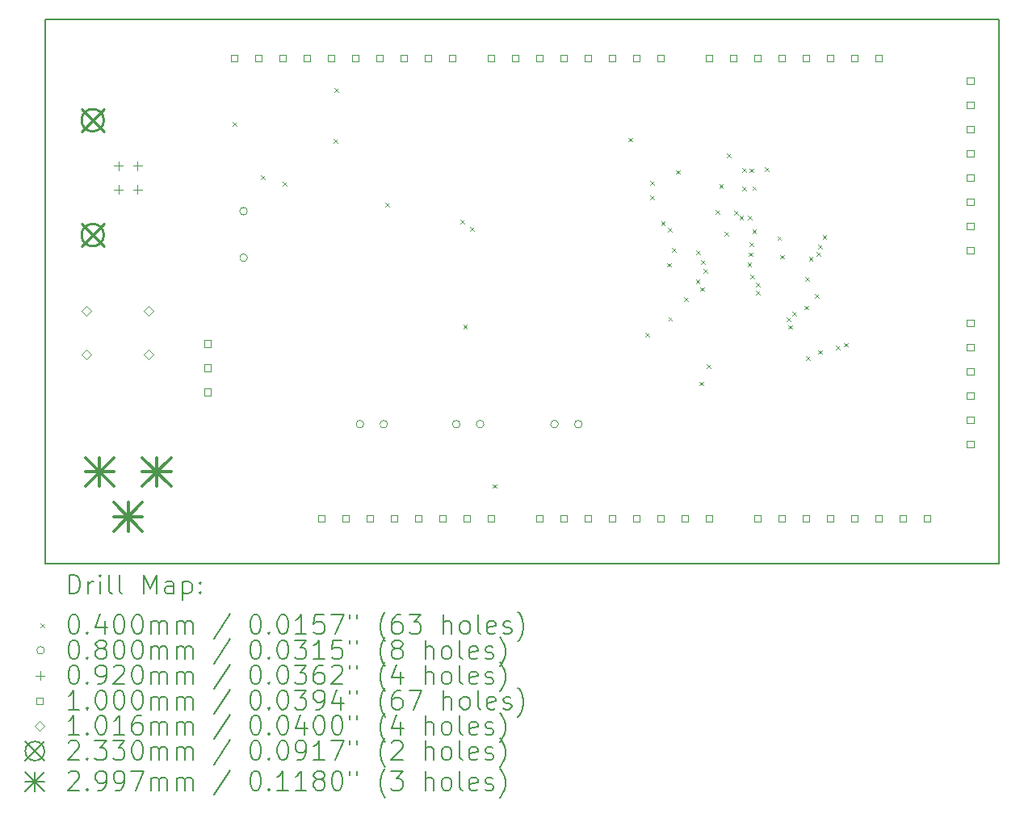
<source format=gbr>
%TF.GenerationSoftware,KiCad,Pcbnew,8.0.6*%
%TF.CreationDate,2025-01-18T13:25:34-05:00*%
%TF.ProjectId,RL78_G23_Arduino,524c3738-5f47-4323-935f-41726475696e,rev?*%
%TF.SameCoordinates,Original*%
%TF.FileFunction,Drillmap*%
%TF.FilePolarity,Positive*%
%FSLAX45Y45*%
G04 Gerber Fmt 4.5, Leading zero omitted, Abs format (unit mm)*
G04 Created by KiCad (PCBNEW 8.0.6) date 2025-01-18 13:25:34*
%MOMM*%
%LPD*%
G01*
G04 APERTURE LIST*
%ADD10C,0.150000*%
%ADD11C,0.200000*%
%ADD12C,0.100000*%
%ADD13C,0.101600*%
%ADD14C,0.233000*%
%ADD15C,0.299720*%
G04 APERTURE END LIST*
D10*
X5000000Y-8200000D02*
X5000000Y-2500000D01*
X15000000Y-8200000D02*
X5000000Y-8200000D01*
X5000000Y-2500000D02*
X15000000Y-2500000D01*
X15000000Y-2500000D02*
X15000000Y-8200000D01*
D11*
D12*
X6964370Y-3574060D02*
X7004370Y-3614060D01*
X7004370Y-3574060D02*
X6964370Y-3614060D01*
X7260020Y-4130180D02*
X7300020Y-4170180D01*
X7300020Y-4130180D02*
X7260020Y-4170180D01*
X7488920Y-4196990D02*
X7528920Y-4236990D01*
X7528920Y-4196990D02*
X7488920Y-4236990D01*
X8024850Y-3751470D02*
X8064850Y-3791470D01*
X8064850Y-3751470D02*
X8024850Y-3791470D01*
X8032010Y-3217450D02*
X8072010Y-3257450D01*
X8072010Y-3217450D02*
X8032010Y-3257450D01*
X8564660Y-4421050D02*
X8604660Y-4461050D01*
X8604660Y-4421050D02*
X8564660Y-4461050D01*
X9353490Y-4599030D02*
X9393490Y-4639030D01*
X9393490Y-4599030D02*
X9353490Y-4639030D01*
X9382500Y-5695000D02*
X9422500Y-5735000D01*
X9422500Y-5695000D02*
X9382500Y-5735000D01*
X9455620Y-4671850D02*
X9495620Y-4711850D01*
X9495620Y-4671850D02*
X9455620Y-4711850D01*
X9690000Y-7370000D02*
X9730000Y-7410000D01*
X9730000Y-7370000D02*
X9690000Y-7410000D01*
X11112440Y-3737140D02*
X11152440Y-3777140D01*
X11152440Y-3737140D02*
X11112440Y-3777140D01*
X11293920Y-5782620D02*
X11333920Y-5822620D01*
X11333920Y-5782620D02*
X11293920Y-5822620D01*
X11344400Y-4188720D02*
X11384400Y-4228720D01*
X11384400Y-4188720D02*
X11344400Y-4228720D01*
X11344400Y-4345410D02*
X11384400Y-4385410D01*
X11384400Y-4345410D02*
X11344400Y-4385410D01*
X11457930Y-4612330D02*
X11497930Y-4652330D01*
X11497930Y-4612330D02*
X11457930Y-4652330D01*
X11523950Y-5049380D02*
X11563950Y-5089380D01*
X11563950Y-5049380D02*
X11523950Y-5089380D01*
X11528460Y-4683080D02*
X11568460Y-4723080D01*
X11568460Y-4683080D02*
X11528460Y-4723080D01*
X11534240Y-5616890D02*
X11574240Y-5656890D01*
X11574240Y-5616890D02*
X11534240Y-5656890D01*
X11572940Y-4893750D02*
X11612940Y-4933750D01*
X11612940Y-4893750D02*
X11572940Y-4933750D01*
X11613430Y-4075310D02*
X11653430Y-4115310D01*
X11653430Y-4075310D02*
X11613430Y-4115310D01*
X11697160Y-5412060D02*
X11737160Y-5452060D01*
X11737160Y-5412060D02*
X11697160Y-5452060D01*
X11821630Y-5222550D02*
X11861630Y-5262550D01*
X11861630Y-5222550D02*
X11821630Y-5262550D01*
X11825190Y-4920000D02*
X11865190Y-4960000D01*
X11865190Y-4920000D02*
X11825190Y-4960000D01*
X11859040Y-6295130D02*
X11899040Y-6335130D01*
X11899040Y-6295130D02*
X11859040Y-6335130D01*
X11866970Y-5304120D02*
X11906970Y-5344120D01*
X11906970Y-5304120D02*
X11866970Y-5344120D01*
X11878200Y-5020000D02*
X11918200Y-5060000D01*
X11918200Y-5020000D02*
X11878200Y-5060000D01*
X11901000Y-5114700D02*
X11941000Y-5154700D01*
X11941000Y-5114700D02*
X11901000Y-5154700D01*
X11934390Y-6111460D02*
X11974390Y-6151460D01*
X11974390Y-6111460D02*
X11934390Y-6151460D01*
X12031460Y-4495770D02*
X12071460Y-4535770D01*
X12071460Y-4495770D02*
X12031460Y-4535770D01*
X12068260Y-4221670D02*
X12108260Y-4261670D01*
X12108260Y-4221670D02*
X12068260Y-4261670D01*
X12123080Y-4724110D02*
X12163080Y-4764110D01*
X12163080Y-4724110D02*
X12123080Y-4764110D01*
X12147640Y-3900390D02*
X12187640Y-3940390D01*
X12187640Y-3900390D02*
X12147640Y-3940390D01*
X12221240Y-4500960D02*
X12261240Y-4540960D01*
X12261240Y-4500960D02*
X12221240Y-4540960D01*
X12278340Y-4557260D02*
X12318340Y-4597260D01*
X12318340Y-4557260D02*
X12278340Y-4597260D01*
X12306090Y-4057880D02*
X12346090Y-4097880D01*
X12346090Y-4057880D02*
X12306090Y-4097880D01*
X12311070Y-4247180D02*
X12351070Y-4287180D01*
X12351070Y-4247180D02*
X12311070Y-4287180D01*
X12364730Y-5042770D02*
X12404730Y-5082770D01*
X12404730Y-5042770D02*
X12364730Y-5082770D01*
X12367160Y-4553920D02*
X12407160Y-4593920D01*
X12407160Y-4553920D02*
X12367160Y-4593920D01*
X12379150Y-4939130D02*
X12419150Y-4979130D01*
X12419150Y-4939130D02*
X12379150Y-4979130D01*
X12386260Y-4060090D02*
X12426260Y-4100090D01*
X12426260Y-4060090D02*
X12386260Y-4100090D01*
X12387190Y-4834890D02*
X12427190Y-4874890D01*
X12427190Y-4834890D02*
X12387190Y-4874890D01*
X12393790Y-5174780D02*
X12433790Y-5214780D01*
X12433790Y-5174780D02*
X12393790Y-5214780D01*
X12413870Y-4246320D02*
X12453870Y-4286320D01*
X12453870Y-4246320D02*
X12413870Y-4286320D01*
X12414180Y-4698700D02*
X12454180Y-4738700D01*
X12454180Y-4698700D02*
X12414180Y-4738700D01*
X12449900Y-5260290D02*
X12489900Y-5300290D01*
X12489900Y-5260290D02*
X12449900Y-5300290D01*
X12449920Y-5344620D02*
X12489920Y-5384620D01*
X12489920Y-5344620D02*
X12449920Y-5384620D01*
X12547280Y-4049130D02*
X12587280Y-4089130D01*
X12587280Y-4049130D02*
X12547280Y-4089130D01*
X12676970Y-4770000D02*
X12716970Y-4810000D01*
X12716970Y-4770000D02*
X12676970Y-4810000D01*
X12709080Y-4964530D02*
X12749080Y-5004530D01*
X12749080Y-4964530D02*
X12709080Y-5004530D01*
X12773760Y-5620160D02*
X12813760Y-5660160D01*
X12813760Y-5620160D02*
X12773760Y-5660160D01*
X12791850Y-5701340D02*
X12831850Y-5741340D01*
X12831850Y-5701340D02*
X12791850Y-5741340D01*
X12835190Y-5561430D02*
X12875190Y-5601430D01*
X12875190Y-5561430D02*
X12835190Y-5601430D01*
X12961970Y-5498760D02*
X13001970Y-5538760D01*
X13001970Y-5498760D02*
X12961970Y-5538760D01*
X12970160Y-5195990D02*
X13010160Y-5235990D01*
X13010160Y-5195990D02*
X12970160Y-5235990D01*
X12975830Y-6028650D02*
X13015830Y-6068650D01*
X13015830Y-6028650D02*
X12975830Y-6068650D01*
X13007010Y-4988250D02*
X13047010Y-5028250D01*
X13047010Y-4988250D02*
X13007010Y-5028250D01*
X13073170Y-5376930D02*
X13113170Y-5416930D01*
X13113170Y-5376930D02*
X13073170Y-5416930D01*
X13090070Y-4938210D02*
X13130070Y-4978210D01*
X13130070Y-4938210D02*
X13090070Y-4978210D01*
X13106220Y-4858030D02*
X13146220Y-4898030D01*
X13146220Y-4858030D02*
X13106220Y-4898030D01*
X13106720Y-5963480D02*
X13146720Y-6003480D01*
X13146720Y-5963480D02*
X13106720Y-6003480D01*
X13151390Y-4757460D02*
X13191390Y-4797460D01*
X13191390Y-4757460D02*
X13151390Y-4797460D01*
X13291570Y-5917610D02*
X13331570Y-5957610D01*
X13331570Y-5917610D02*
X13291570Y-5957610D01*
X13372850Y-5888960D02*
X13412850Y-5928960D01*
X13412850Y-5888960D02*
X13372850Y-5928960D01*
X7120200Y-4507000D02*
G75*
G02*
X7040200Y-4507000I-40000J0D01*
G01*
X7040200Y-4507000D02*
G75*
G02*
X7120200Y-4507000I40000J0D01*
G01*
X7120200Y-4995000D02*
G75*
G02*
X7040200Y-4995000I-40000J0D01*
G01*
X7040200Y-4995000D02*
G75*
G02*
X7120200Y-4995000I40000J0D01*
G01*
X8340200Y-6740000D02*
G75*
G02*
X8260200Y-6740000I-40000J0D01*
G01*
X8260200Y-6740000D02*
G75*
G02*
X8340200Y-6740000I40000J0D01*
G01*
X8590200Y-6740000D02*
G75*
G02*
X8510200Y-6740000I-40000J0D01*
G01*
X8510200Y-6740000D02*
G75*
G02*
X8590200Y-6740000I40000J0D01*
G01*
X9350200Y-6740000D02*
G75*
G02*
X9270200Y-6740000I-40000J0D01*
G01*
X9270200Y-6740000D02*
G75*
G02*
X9350200Y-6740000I40000J0D01*
G01*
X9600200Y-6740000D02*
G75*
G02*
X9520200Y-6740000I-40000J0D01*
G01*
X9520200Y-6740000D02*
G75*
G02*
X9600200Y-6740000I40000J0D01*
G01*
X10380200Y-6740000D02*
G75*
G02*
X10300200Y-6740000I-40000J0D01*
G01*
X10300200Y-6740000D02*
G75*
G02*
X10380200Y-6740000I40000J0D01*
G01*
X10630200Y-6740000D02*
G75*
G02*
X10550200Y-6740000I-40000J0D01*
G01*
X10550200Y-6740000D02*
G75*
G02*
X10630200Y-6740000I40000J0D01*
G01*
X5770000Y-3984000D02*
X5770000Y-4076000D01*
X5724000Y-4030000D02*
X5816000Y-4030000D01*
X5770000Y-4234000D02*
X5770000Y-4326000D01*
X5724000Y-4280000D02*
X5816000Y-4280000D01*
X5970000Y-3984000D02*
X5970000Y-4076000D01*
X5924000Y-4030000D02*
X6016000Y-4030000D01*
X5970000Y-4234000D02*
X5970000Y-4326000D01*
X5924000Y-4280000D02*
X6016000Y-4280000D01*
X6740556Y-5931356D02*
X6740556Y-5860644D01*
X6669844Y-5860644D01*
X6669844Y-5931356D01*
X6740556Y-5931356D01*
X6740556Y-6185356D02*
X6740556Y-6114644D01*
X6669844Y-6114644D01*
X6669844Y-6185356D01*
X6740556Y-6185356D01*
X6740556Y-6439356D02*
X6740556Y-6368644D01*
X6669844Y-6368644D01*
X6669844Y-6439356D01*
X6740556Y-6439356D01*
X7015156Y-2935356D02*
X7015156Y-2864644D01*
X6944444Y-2864644D01*
X6944444Y-2935356D01*
X7015156Y-2935356D01*
X7269156Y-2935356D02*
X7269156Y-2864644D01*
X7198444Y-2864644D01*
X7198444Y-2935356D01*
X7269156Y-2935356D01*
X7523156Y-2935356D02*
X7523156Y-2864644D01*
X7452444Y-2864644D01*
X7452444Y-2935356D01*
X7523156Y-2935356D01*
X7777156Y-2935356D02*
X7777156Y-2864644D01*
X7706444Y-2864644D01*
X7706444Y-2935356D01*
X7777156Y-2935356D01*
X7929556Y-7761356D02*
X7929556Y-7690644D01*
X7858844Y-7690644D01*
X7858844Y-7761356D01*
X7929556Y-7761356D01*
X8031156Y-2935356D02*
X8031156Y-2864644D01*
X7960444Y-2864644D01*
X7960444Y-2935356D01*
X8031156Y-2935356D01*
X8183556Y-7761356D02*
X8183556Y-7690644D01*
X8112844Y-7690644D01*
X8112844Y-7761356D01*
X8183556Y-7761356D01*
X8285156Y-2935356D02*
X8285156Y-2864644D01*
X8214444Y-2864644D01*
X8214444Y-2935356D01*
X8285156Y-2935356D01*
X8437556Y-7761356D02*
X8437556Y-7690644D01*
X8366844Y-7690644D01*
X8366844Y-7761356D01*
X8437556Y-7761356D01*
X8539156Y-2935356D02*
X8539156Y-2864644D01*
X8468444Y-2864644D01*
X8468444Y-2935356D01*
X8539156Y-2935356D01*
X8691556Y-7761356D02*
X8691556Y-7690644D01*
X8620844Y-7690644D01*
X8620844Y-7761356D01*
X8691556Y-7761356D01*
X8793156Y-2935356D02*
X8793156Y-2864644D01*
X8722444Y-2864644D01*
X8722444Y-2935356D01*
X8793156Y-2935356D01*
X8945556Y-7761356D02*
X8945556Y-7690644D01*
X8874844Y-7690644D01*
X8874844Y-7761356D01*
X8945556Y-7761356D01*
X9047156Y-2935356D02*
X9047156Y-2864644D01*
X8976444Y-2864644D01*
X8976444Y-2935356D01*
X9047156Y-2935356D01*
X9199556Y-7761356D02*
X9199556Y-7690644D01*
X9128844Y-7690644D01*
X9128844Y-7761356D01*
X9199556Y-7761356D01*
X9301156Y-2935356D02*
X9301156Y-2864644D01*
X9230444Y-2864644D01*
X9230444Y-2935356D01*
X9301156Y-2935356D01*
X9453556Y-7761356D02*
X9453556Y-7690644D01*
X9382844Y-7690644D01*
X9382844Y-7761356D01*
X9453556Y-7761356D01*
X9707556Y-2935356D02*
X9707556Y-2864644D01*
X9636844Y-2864644D01*
X9636844Y-2935356D01*
X9707556Y-2935356D01*
X9707556Y-7761356D02*
X9707556Y-7690644D01*
X9636844Y-7690644D01*
X9636844Y-7761356D01*
X9707556Y-7761356D01*
X9961556Y-2935356D02*
X9961556Y-2864644D01*
X9890844Y-2864644D01*
X9890844Y-2935356D01*
X9961556Y-2935356D01*
X10215556Y-2935356D02*
X10215556Y-2864644D01*
X10144844Y-2864644D01*
X10144844Y-2935356D01*
X10215556Y-2935356D01*
X10215556Y-7761356D02*
X10215556Y-7690644D01*
X10144844Y-7690644D01*
X10144844Y-7761356D01*
X10215556Y-7761356D01*
X10469556Y-2935356D02*
X10469556Y-2864644D01*
X10398844Y-2864644D01*
X10398844Y-2935356D01*
X10469556Y-2935356D01*
X10469556Y-7761356D02*
X10469556Y-7690644D01*
X10398844Y-7690644D01*
X10398844Y-7761356D01*
X10469556Y-7761356D01*
X10723556Y-2935356D02*
X10723556Y-2864644D01*
X10652844Y-2864644D01*
X10652844Y-2935356D01*
X10723556Y-2935356D01*
X10723556Y-7761356D02*
X10723556Y-7690644D01*
X10652844Y-7690644D01*
X10652844Y-7761356D01*
X10723556Y-7761356D01*
X10977556Y-2935356D02*
X10977556Y-2864644D01*
X10906844Y-2864644D01*
X10906844Y-2935356D01*
X10977556Y-2935356D01*
X10977556Y-7761356D02*
X10977556Y-7690644D01*
X10906844Y-7690644D01*
X10906844Y-7761356D01*
X10977556Y-7761356D01*
X11231556Y-2935356D02*
X11231556Y-2864644D01*
X11160844Y-2864644D01*
X11160844Y-2935356D01*
X11231556Y-2935356D01*
X11231556Y-7761356D02*
X11231556Y-7690644D01*
X11160844Y-7690644D01*
X11160844Y-7761356D01*
X11231556Y-7761356D01*
X11485556Y-2935356D02*
X11485556Y-2864644D01*
X11414844Y-2864644D01*
X11414844Y-2935356D01*
X11485556Y-2935356D01*
X11485556Y-7761356D02*
X11485556Y-7690644D01*
X11414844Y-7690644D01*
X11414844Y-7761356D01*
X11485556Y-7761356D01*
X11739556Y-7761356D02*
X11739556Y-7690644D01*
X11668844Y-7690644D01*
X11668844Y-7761356D01*
X11739556Y-7761356D01*
X11993556Y-2935356D02*
X11993556Y-2864644D01*
X11922844Y-2864644D01*
X11922844Y-2935356D01*
X11993556Y-2935356D01*
X11993556Y-7761356D02*
X11993556Y-7690644D01*
X11922844Y-7690644D01*
X11922844Y-7761356D01*
X11993556Y-7761356D01*
X12247556Y-2935356D02*
X12247556Y-2864644D01*
X12176844Y-2864644D01*
X12176844Y-2935356D01*
X12247556Y-2935356D01*
X12501556Y-2935356D02*
X12501556Y-2864644D01*
X12430844Y-2864644D01*
X12430844Y-2935356D01*
X12501556Y-2935356D01*
X12501556Y-7761356D02*
X12501556Y-7690644D01*
X12430844Y-7690644D01*
X12430844Y-7761356D01*
X12501556Y-7761356D01*
X12755556Y-2935356D02*
X12755556Y-2864644D01*
X12684844Y-2864644D01*
X12684844Y-2935356D01*
X12755556Y-2935356D01*
X12755556Y-7761356D02*
X12755556Y-7690644D01*
X12684844Y-7690644D01*
X12684844Y-7761356D01*
X12755556Y-7761356D01*
X13009556Y-2935356D02*
X13009556Y-2864644D01*
X12938844Y-2864644D01*
X12938844Y-2935356D01*
X13009556Y-2935356D01*
X13009556Y-7761356D02*
X13009556Y-7690644D01*
X12938844Y-7690644D01*
X12938844Y-7761356D01*
X13009556Y-7761356D01*
X13263556Y-2935356D02*
X13263556Y-2864644D01*
X13192844Y-2864644D01*
X13192844Y-2935356D01*
X13263556Y-2935356D01*
X13263556Y-7761356D02*
X13263556Y-7690644D01*
X13192844Y-7690644D01*
X13192844Y-7761356D01*
X13263556Y-7761356D01*
X13517556Y-2935356D02*
X13517556Y-2864644D01*
X13446844Y-2864644D01*
X13446844Y-2935356D01*
X13517556Y-2935356D01*
X13517556Y-7761356D02*
X13517556Y-7690644D01*
X13446844Y-7690644D01*
X13446844Y-7761356D01*
X13517556Y-7761356D01*
X13771556Y-2935356D02*
X13771556Y-2864644D01*
X13700844Y-2864644D01*
X13700844Y-2935356D01*
X13771556Y-2935356D01*
X13771556Y-7761356D02*
X13771556Y-7690644D01*
X13700844Y-7690644D01*
X13700844Y-7761356D01*
X13771556Y-7761356D01*
X14025556Y-7761356D02*
X14025556Y-7690644D01*
X13954844Y-7690644D01*
X13954844Y-7761356D01*
X14025556Y-7761356D01*
X14279556Y-7761356D02*
X14279556Y-7690644D01*
X14208844Y-7690644D01*
X14208844Y-7761356D01*
X14279556Y-7761356D01*
X14735556Y-3175356D02*
X14735556Y-3104644D01*
X14664844Y-3104644D01*
X14664844Y-3175356D01*
X14735556Y-3175356D01*
X14735556Y-3429356D02*
X14735556Y-3358644D01*
X14664844Y-3358644D01*
X14664844Y-3429356D01*
X14735556Y-3429356D01*
X14735556Y-3683356D02*
X14735556Y-3612644D01*
X14664844Y-3612644D01*
X14664844Y-3683356D01*
X14735556Y-3683356D01*
X14735556Y-3937356D02*
X14735556Y-3866644D01*
X14664844Y-3866644D01*
X14664844Y-3937356D01*
X14735556Y-3937356D01*
X14735556Y-4191356D02*
X14735556Y-4120644D01*
X14664844Y-4120644D01*
X14664844Y-4191356D01*
X14735556Y-4191356D01*
X14735556Y-4445356D02*
X14735556Y-4374644D01*
X14664844Y-4374644D01*
X14664844Y-4445356D01*
X14735556Y-4445356D01*
X14735556Y-4699356D02*
X14735556Y-4628644D01*
X14664844Y-4628644D01*
X14664844Y-4699356D01*
X14735556Y-4699356D01*
X14735556Y-4953356D02*
X14735556Y-4882644D01*
X14664844Y-4882644D01*
X14664844Y-4953356D01*
X14735556Y-4953356D01*
X14735556Y-5715356D02*
X14735556Y-5644644D01*
X14664844Y-5644644D01*
X14664844Y-5715356D01*
X14735556Y-5715356D01*
X14735556Y-5969356D02*
X14735556Y-5898644D01*
X14664844Y-5898644D01*
X14664844Y-5969356D01*
X14735556Y-5969356D01*
X14735556Y-6223356D02*
X14735556Y-6152644D01*
X14664844Y-6152644D01*
X14664844Y-6223356D01*
X14735556Y-6223356D01*
X14735556Y-6477356D02*
X14735556Y-6406644D01*
X14664844Y-6406644D01*
X14664844Y-6477356D01*
X14735556Y-6477356D01*
X14735556Y-6731356D02*
X14735556Y-6660644D01*
X14664844Y-6660644D01*
X14664844Y-6731356D01*
X14735556Y-6731356D01*
X14735556Y-6985356D02*
X14735556Y-6914644D01*
X14664844Y-6914644D01*
X14664844Y-6985356D01*
X14735556Y-6985356D01*
D13*
X5435080Y-5604740D02*
X5485880Y-5553940D01*
X5435080Y-5503140D01*
X5384280Y-5553940D01*
X5435080Y-5604740D01*
X5435080Y-6056860D02*
X5485880Y-6006060D01*
X5435080Y-5955260D01*
X5384280Y-6006060D01*
X5435080Y-6056860D01*
X6085320Y-5604740D02*
X6136120Y-5553940D01*
X6085320Y-5503140D01*
X6034520Y-5553940D01*
X6085320Y-5604740D01*
X6085320Y-6056860D02*
X6136120Y-6006060D01*
X6085320Y-5955260D01*
X6034520Y-6006060D01*
X6085320Y-6056860D01*
D14*
X5382500Y-3436500D02*
X5615500Y-3669500D01*
X5615500Y-3436500D02*
X5382500Y-3669500D01*
X5615500Y-3553000D02*
G75*
G02*
X5382500Y-3553000I-116500J0D01*
G01*
X5382500Y-3553000D02*
G75*
G02*
X5615500Y-3553000I116500J0D01*
G01*
X5382500Y-4640500D02*
X5615500Y-4873500D01*
X5615500Y-4640500D02*
X5382500Y-4873500D01*
X5615500Y-4757000D02*
G75*
G02*
X5382500Y-4757000I-116500J0D01*
G01*
X5382500Y-4757000D02*
G75*
G02*
X5615500Y-4757000I116500J0D01*
G01*
D15*
X5420140Y-7090140D02*
X5719860Y-7389860D01*
X5719860Y-7090140D02*
X5420140Y-7389860D01*
X5570000Y-7090140D02*
X5570000Y-7389860D01*
X5420140Y-7240000D02*
X5719860Y-7240000D01*
X5720140Y-7560140D02*
X6019860Y-7859860D01*
X6019860Y-7560140D02*
X5720140Y-7859860D01*
X5870000Y-7560140D02*
X5870000Y-7859860D01*
X5720140Y-7710000D02*
X6019860Y-7710000D01*
X6020140Y-7090140D02*
X6319860Y-7389860D01*
X6319860Y-7090140D02*
X6020140Y-7389860D01*
X6170000Y-7090140D02*
X6170000Y-7389860D01*
X6020140Y-7240000D02*
X6319860Y-7240000D01*
D11*
X5253277Y-8518984D02*
X5253277Y-8318984D01*
X5253277Y-8318984D02*
X5300896Y-8318984D01*
X5300896Y-8318984D02*
X5329467Y-8328508D01*
X5329467Y-8328508D02*
X5348515Y-8347555D01*
X5348515Y-8347555D02*
X5358039Y-8366603D01*
X5358039Y-8366603D02*
X5367563Y-8404698D01*
X5367563Y-8404698D02*
X5367563Y-8433270D01*
X5367563Y-8433270D02*
X5358039Y-8471365D01*
X5358039Y-8471365D02*
X5348515Y-8490412D01*
X5348515Y-8490412D02*
X5329467Y-8509460D01*
X5329467Y-8509460D02*
X5300896Y-8518984D01*
X5300896Y-8518984D02*
X5253277Y-8518984D01*
X5453277Y-8518984D02*
X5453277Y-8385650D01*
X5453277Y-8423746D02*
X5462801Y-8404698D01*
X5462801Y-8404698D02*
X5472324Y-8395174D01*
X5472324Y-8395174D02*
X5491372Y-8385650D01*
X5491372Y-8385650D02*
X5510420Y-8385650D01*
X5577086Y-8518984D02*
X5577086Y-8385650D01*
X5577086Y-8318984D02*
X5567563Y-8328508D01*
X5567563Y-8328508D02*
X5577086Y-8338031D01*
X5577086Y-8338031D02*
X5586610Y-8328508D01*
X5586610Y-8328508D02*
X5577086Y-8318984D01*
X5577086Y-8318984D02*
X5577086Y-8338031D01*
X5700896Y-8518984D02*
X5681848Y-8509460D01*
X5681848Y-8509460D02*
X5672324Y-8490412D01*
X5672324Y-8490412D02*
X5672324Y-8318984D01*
X5805658Y-8518984D02*
X5786610Y-8509460D01*
X5786610Y-8509460D02*
X5777086Y-8490412D01*
X5777086Y-8490412D02*
X5777086Y-8318984D01*
X6034229Y-8518984D02*
X6034229Y-8318984D01*
X6034229Y-8318984D02*
X6100896Y-8461841D01*
X6100896Y-8461841D02*
X6167562Y-8318984D01*
X6167562Y-8318984D02*
X6167562Y-8518984D01*
X6348515Y-8518984D02*
X6348515Y-8414222D01*
X6348515Y-8414222D02*
X6338991Y-8395174D01*
X6338991Y-8395174D02*
X6319943Y-8385650D01*
X6319943Y-8385650D02*
X6281848Y-8385650D01*
X6281848Y-8385650D02*
X6262801Y-8395174D01*
X6348515Y-8509460D02*
X6329467Y-8518984D01*
X6329467Y-8518984D02*
X6281848Y-8518984D01*
X6281848Y-8518984D02*
X6262801Y-8509460D01*
X6262801Y-8509460D02*
X6253277Y-8490412D01*
X6253277Y-8490412D02*
X6253277Y-8471365D01*
X6253277Y-8471365D02*
X6262801Y-8452317D01*
X6262801Y-8452317D02*
X6281848Y-8442793D01*
X6281848Y-8442793D02*
X6329467Y-8442793D01*
X6329467Y-8442793D02*
X6348515Y-8433270D01*
X6443753Y-8385650D02*
X6443753Y-8585650D01*
X6443753Y-8395174D02*
X6462801Y-8385650D01*
X6462801Y-8385650D02*
X6500896Y-8385650D01*
X6500896Y-8385650D02*
X6519943Y-8395174D01*
X6519943Y-8395174D02*
X6529467Y-8404698D01*
X6529467Y-8404698D02*
X6538991Y-8423746D01*
X6538991Y-8423746D02*
X6538991Y-8480889D01*
X6538991Y-8480889D02*
X6529467Y-8499936D01*
X6529467Y-8499936D02*
X6519943Y-8509460D01*
X6519943Y-8509460D02*
X6500896Y-8518984D01*
X6500896Y-8518984D02*
X6462801Y-8518984D01*
X6462801Y-8518984D02*
X6443753Y-8509460D01*
X6624705Y-8499936D02*
X6634229Y-8509460D01*
X6634229Y-8509460D02*
X6624705Y-8518984D01*
X6624705Y-8518984D02*
X6615182Y-8509460D01*
X6615182Y-8509460D02*
X6624705Y-8499936D01*
X6624705Y-8499936D02*
X6624705Y-8518984D01*
X6624705Y-8395174D02*
X6634229Y-8404698D01*
X6634229Y-8404698D02*
X6624705Y-8414222D01*
X6624705Y-8414222D02*
X6615182Y-8404698D01*
X6615182Y-8404698D02*
X6624705Y-8395174D01*
X6624705Y-8395174D02*
X6624705Y-8414222D01*
D12*
X4952500Y-8827500D02*
X4992500Y-8867500D01*
X4992500Y-8827500D02*
X4952500Y-8867500D01*
D11*
X5291372Y-8738984D02*
X5310420Y-8738984D01*
X5310420Y-8738984D02*
X5329467Y-8748508D01*
X5329467Y-8748508D02*
X5338991Y-8758031D01*
X5338991Y-8758031D02*
X5348515Y-8777079D01*
X5348515Y-8777079D02*
X5358039Y-8815174D01*
X5358039Y-8815174D02*
X5358039Y-8862793D01*
X5358039Y-8862793D02*
X5348515Y-8900889D01*
X5348515Y-8900889D02*
X5338991Y-8919936D01*
X5338991Y-8919936D02*
X5329467Y-8929460D01*
X5329467Y-8929460D02*
X5310420Y-8938984D01*
X5310420Y-8938984D02*
X5291372Y-8938984D01*
X5291372Y-8938984D02*
X5272324Y-8929460D01*
X5272324Y-8929460D02*
X5262801Y-8919936D01*
X5262801Y-8919936D02*
X5253277Y-8900889D01*
X5253277Y-8900889D02*
X5243753Y-8862793D01*
X5243753Y-8862793D02*
X5243753Y-8815174D01*
X5243753Y-8815174D02*
X5253277Y-8777079D01*
X5253277Y-8777079D02*
X5262801Y-8758031D01*
X5262801Y-8758031D02*
X5272324Y-8748508D01*
X5272324Y-8748508D02*
X5291372Y-8738984D01*
X5443753Y-8919936D02*
X5453277Y-8929460D01*
X5453277Y-8929460D02*
X5443753Y-8938984D01*
X5443753Y-8938984D02*
X5434229Y-8929460D01*
X5434229Y-8929460D02*
X5443753Y-8919936D01*
X5443753Y-8919936D02*
X5443753Y-8938984D01*
X5624705Y-8805650D02*
X5624705Y-8938984D01*
X5577086Y-8729460D02*
X5529467Y-8872317D01*
X5529467Y-8872317D02*
X5653277Y-8872317D01*
X5767562Y-8738984D02*
X5786610Y-8738984D01*
X5786610Y-8738984D02*
X5805658Y-8748508D01*
X5805658Y-8748508D02*
X5815182Y-8758031D01*
X5815182Y-8758031D02*
X5824705Y-8777079D01*
X5824705Y-8777079D02*
X5834229Y-8815174D01*
X5834229Y-8815174D02*
X5834229Y-8862793D01*
X5834229Y-8862793D02*
X5824705Y-8900889D01*
X5824705Y-8900889D02*
X5815182Y-8919936D01*
X5815182Y-8919936D02*
X5805658Y-8929460D01*
X5805658Y-8929460D02*
X5786610Y-8938984D01*
X5786610Y-8938984D02*
X5767562Y-8938984D01*
X5767562Y-8938984D02*
X5748515Y-8929460D01*
X5748515Y-8929460D02*
X5738991Y-8919936D01*
X5738991Y-8919936D02*
X5729467Y-8900889D01*
X5729467Y-8900889D02*
X5719943Y-8862793D01*
X5719943Y-8862793D02*
X5719943Y-8815174D01*
X5719943Y-8815174D02*
X5729467Y-8777079D01*
X5729467Y-8777079D02*
X5738991Y-8758031D01*
X5738991Y-8758031D02*
X5748515Y-8748508D01*
X5748515Y-8748508D02*
X5767562Y-8738984D01*
X5958039Y-8738984D02*
X5977086Y-8738984D01*
X5977086Y-8738984D02*
X5996134Y-8748508D01*
X5996134Y-8748508D02*
X6005658Y-8758031D01*
X6005658Y-8758031D02*
X6015182Y-8777079D01*
X6015182Y-8777079D02*
X6024705Y-8815174D01*
X6024705Y-8815174D02*
X6024705Y-8862793D01*
X6024705Y-8862793D02*
X6015182Y-8900889D01*
X6015182Y-8900889D02*
X6005658Y-8919936D01*
X6005658Y-8919936D02*
X5996134Y-8929460D01*
X5996134Y-8929460D02*
X5977086Y-8938984D01*
X5977086Y-8938984D02*
X5958039Y-8938984D01*
X5958039Y-8938984D02*
X5938991Y-8929460D01*
X5938991Y-8929460D02*
X5929467Y-8919936D01*
X5929467Y-8919936D02*
X5919943Y-8900889D01*
X5919943Y-8900889D02*
X5910420Y-8862793D01*
X5910420Y-8862793D02*
X5910420Y-8815174D01*
X5910420Y-8815174D02*
X5919943Y-8777079D01*
X5919943Y-8777079D02*
X5929467Y-8758031D01*
X5929467Y-8758031D02*
X5938991Y-8748508D01*
X5938991Y-8748508D02*
X5958039Y-8738984D01*
X6110420Y-8938984D02*
X6110420Y-8805650D01*
X6110420Y-8824698D02*
X6119943Y-8815174D01*
X6119943Y-8815174D02*
X6138991Y-8805650D01*
X6138991Y-8805650D02*
X6167563Y-8805650D01*
X6167563Y-8805650D02*
X6186610Y-8815174D01*
X6186610Y-8815174D02*
X6196134Y-8834222D01*
X6196134Y-8834222D02*
X6196134Y-8938984D01*
X6196134Y-8834222D02*
X6205658Y-8815174D01*
X6205658Y-8815174D02*
X6224705Y-8805650D01*
X6224705Y-8805650D02*
X6253277Y-8805650D01*
X6253277Y-8805650D02*
X6272324Y-8815174D01*
X6272324Y-8815174D02*
X6281848Y-8834222D01*
X6281848Y-8834222D02*
X6281848Y-8938984D01*
X6377086Y-8938984D02*
X6377086Y-8805650D01*
X6377086Y-8824698D02*
X6386610Y-8815174D01*
X6386610Y-8815174D02*
X6405658Y-8805650D01*
X6405658Y-8805650D02*
X6434229Y-8805650D01*
X6434229Y-8805650D02*
X6453277Y-8815174D01*
X6453277Y-8815174D02*
X6462801Y-8834222D01*
X6462801Y-8834222D02*
X6462801Y-8938984D01*
X6462801Y-8834222D02*
X6472324Y-8815174D01*
X6472324Y-8815174D02*
X6491372Y-8805650D01*
X6491372Y-8805650D02*
X6519943Y-8805650D01*
X6519943Y-8805650D02*
X6538991Y-8815174D01*
X6538991Y-8815174D02*
X6548515Y-8834222D01*
X6548515Y-8834222D02*
X6548515Y-8938984D01*
X6938991Y-8729460D02*
X6767563Y-8986603D01*
X7196134Y-8738984D02*
X7215182Y-8738984D01*
X7215182Y-8738984D02*
X7234229Y-8748508D01*
X7234229Y-8748508D02*
X7243753Y-8758031D01*
X7243753Y-8758031D02*
X7253277Y-8777079D01*
X7253277Y-8777079D02*
X7262801Y-8815174D01*
X7262801Y-8815174D02*
X7262801Y-8862793D01*
X7262801Y-8862793D02*
X7253277Y-8900889D01*
X7253277Y-8900889D02*
X7243753Y-8919936D01*
X7243753Y-8919936D02*
X7234229Y-8929460D01*
X7234229Y-8929460D02*
X7215182Y-8938984D01*
X7215182Y-8938984D02*
X7196134Y-8938984D01*
X7196134Y-8938984D02*
X7177086Y-8929460D01*
X7177086Y-8929460D02*
X7167563Y-8919936D01*
X7167563Y-8919936D02*
X7158039Y-8900889D01*
X7158039Y-8900889D02*
X7148515Y-8862793D01*
X7148515Y-8862793D02*
X7148515Y-8815174D01*
X7148515Y-8815174D02*
X7158039Y-8777079D01*
X7158039Y-8777079D02*
X7167563Y-8758031D01*
X7167563Y-8758031D02*
X7177086Y-8748508D01*
X7177086Y-8748508D02*
X7196134Y-8738984D01*
X7348515Y-8919936D02*
X7358039Y-8929460D01*
X7358039Y-8929460D02*
X7348515Y-8938984D01*
X7348515Y-8938984D02*
X7338991Y-8929460D01*
X7338991Y-8929460D02*
X7348515Y-8919936D01*
X7348515Y-8919936D02*
X7348515Y-8938984D01*
X7481848Y-8738984D02*
X7500896Y-8738984D01*
X7500896Y-8738984D02*
X7519944Y-8748508D01*
X7519944Y-8748508D02*
X7529467Y-8758031D01*
X7529467Y-8758031D02*
X7538991Y-8777079D01*
X7538991Y-8777079D02*
X7548515Y-8815174D01*
X7548515Y-8815174D02*
X7548515Y-8862793D01*
X7548515Y-8862793D02*
X7538991Y-8900889D01*
X7538991Y-8900889D02*
X7529467Y-8919936D01*
X7529467Y-8919936D02*
X7519944Y-8929460D01*
X7519944Y-8929460D02*
X7500896Y-8938984D01*
X7500896Y-8938984D02*
X7481848Y-8938984D01*
X7481848Y-8938984D02*
X7462801Y-8929460D01*
X7462801Y-8929460D02*
X7453277Y-8919936D01*
X7453277Y-8919936D02*
X7443753Y-8900889D01*
X7443753Y-8900889D02*
X7434229Y-8862793D01*
X7434229Y-8862793D02*
X7434229Y-8815174D01*
X7434229Y-8815174D02*
X7443753Y-8777079D01*
X7443753Y-8777079D02*
X7453277Y-8758031D01*
X7453277Y-8758031D02*
X7462801Y-8748508D01*
X7462801Y-8748508D02*
X7481848Y-8738984D01*
X7738991Y-8938984D02*
X7624706Y-8938984D01*
X7681848Y-8938984D02*
X7681848Y-8738984D01*
X7681848Y-8738984D02*
X7662801Y-8767555D01*
X7662801Y-8767555D02*
X7643753Y-8786603D01*
X7643753Y-8786603D02*
X7624706Y-8796127D01*
X7919944Y-8738984D02*
X7824706Y-8738984D01*
X7824706Y-8738984D02*
X7815182Y-8834222D01*
X7815182Y-8834222D02*
X7824706Y-8824698D01*
X7824706Y-8824698D02*
X7843753Y-8815174D01*
X7843753Y-8815174D02*
X7891372Y-8815174D01*
X7891372Y-8815174D02*
X7910420Y-8824698D01*
X7910420Y-8824698D02*
X7919944Y-8834222D01*
X7919944Y-8834222D02*
X7929467Y-8853270D01*
X7929467Y-8853270D02*
X7929467Y-8900889D01*
X7929467Y-8900889D02*
X7919944Y-8919936D01*
X7919944Y-8919936D02*
X7910420Y-8929460D01*
X7910420Y-8929460D02*
X7891372Y-8938984D01*
X7891372Y-8938984D02*
X7843753Y-8938984D01*
X7843753Y-8938984D02*
X7824706Y-8929460D01*
X7824706Y-8929460D02*
X7815182Y-8919936D01*
X7996134Y-8738984D02*
X8129467Y-8738984D01*
X8129467Y-8738984D02*
X8043753Y-8938984D01*
X8196134Y-8738984D02*
X8196134Y-8777079D01*
X8272325Y-8738984D02*
X8272325Y-8777079D01*
X8567563Y-9015174D02*
X8558039Y-9005650D01*
X8558039Y-9005650D02*
X8538991Y-8977079D01*
X8538991Y-8977079D02*
X8529468Y-8958031D01*
X8529468Y-8958031D02*
X8519944Y-8929460D01*
X8519944Y-8929460D02*
X8510420Y-8881841D01*
X8510420Y-8881841D02*
X8510420Y-8843746D01*
X8510420Y-8843746D02*
X8519944Y-8796127D01*
X8519944Y-8796127D02*
X8529468Y-8767555D01*
X8529468Y-8767555D02*
X8538991Y-8748508D01*
X8538991Y-8748508D02*
X8558039Y-8719936D01*
X8558039Y-8719936D02*
X8567563Y-8710412D01*
X8729468Y-8738984D02*
X8691372Y-8738984D01*
X8691372Y-8738984D02*
X8672325Y-8748508D01*
X8672325Y-8748508D02*
X8662801Y-8758031D01*
X8662801Y-8758031D02*
X8643753Y-8786603D01*
X8643753Y-8786603D02*
X8634230Y-8824698D01*
X8634230Y-8824698D02*
X8634230Y-8900889D01*
X8634230Y-8900889D02*
X8643753Y-8919936D01*
X8643753Y-8919936D02*
X8653277Y-8929460D01*
X8653277Y-8929460D02*
X8672325Y-8938984D01*
X8672325Y-8938984D02*
X8710420Y-8938984D01*
X8710420Y-8938984D02*
X8729468Y-8929460D01*
X8729468Y-8929460D02*
X8738991Y-8919936D01*
X8738991Y-8919936D02*
X8748515Y-8900889D01*
X8748515Y-8900889D02*
X8748515Y-8853270D01*
X8748515Y-8853270D02*
X8738991Y-8834222D01*
X8738991Y-8834222D02*
X8729468Y-8824698D01*
X8729468Y-8824698D02*
X8710420Y-8815174D01*
X8710420Y-8815174D02*
X8672325Y-8815174D01*
X8672325Y-8815174D02*
X8653277Y-8824698D01*
X8653277Y-8824698D02*
X8643753Y-8834222D01*
X8643753Y-8834222D02*
X8634230Y-8853270D01*
X8815182Y-8738984D02*
X8938991Y-8738984D01*
X8938991Y-8738984D02*
X8872325Y-8815174D01*
X8872325Y-8815174D02*
X8900896Y-8815174D01*
X8900896Y-8815174D02*
X8919944Y-8824698D01*
X8919944Y-8824698D02*
X8929468Y-8834222D01*
X8929468Y-8834222D02*
X8938991Y-8853270D01*
X8938991Y-8853270D02*
X8938991Y-8900889D01*
X8938991Y-8900889D02*
X8929468Y-8919936D01*
X8929468Y-8919936D02*
X8919944Y-8929460D01*
X8919944Y-8929460D02*
X8900896Y-8938984D01*
X8900896Y-8938984D02*
X8843753Y-8938984D01*
X8843753Y-8938984D02*
X8824706Y-8929460D01*
X8824706Y-8929460D02*
X8815182Y-8919936D01*
X9177087Y-8938984D02*
X9177087Y-8738984D01*
X9262801Y-8938984D02*
X9262801Y-8834222D01*
X9262801Y-8834222D02*
X9253277Y-8815174D01*
X9253277Y-8815174D02*
X9234230Y-8805650D01*
X9234230Y-8805650D02*
X9205658Y-8805650D01*
X9205658Y-8805650D02*
X9186611Y-8815174D01*
X9186611Y-8815174D02*
X9177087Y-8824698D01*
X9386611Y-8938984D02*
X9367563Y-8929460D01*
X9367563Y-8929460D02*
X9358039Y-8919936D01*
X9358039Y-8919936D02*
X9348515Y-8900889D01*
X9348515Y-8900889D02*
X9348515Y-8843746D01*
X9348515Y-8843746D02*
X9358039Y-8824698D01*
X9358039Y-8824698D02*
X9367563Y-8815174D01*
X9367563Y-8815174D02*
X9386611Y-8805650D01*
X9386611Y-8805650D02*
X9415182Y-8805650D01*
X9415182Y-8805650D02*
X9434230Y-8815174D01*
X9434230Y-8815174D02*
X9443753Y-8824698D01*
X9443753Y-8824698D02*
X9453277Y-8843746D01*
X9453277Y-8843746D02*
X9453277Y-8900889D01*
X9453277Y-8900889D02*
X9443753Y-8919936D01*
X9443753Y-8919936D02*
X9434230Y-8929460D01*
X9434230Y-8929460D02*
X9415182Y-8938984D01*
X9415182Y-8938984D02*
X9386611Y-8938984D01*
X9567563Y-8938984D02*
X9548515Y-8929460D01*
X9548515Y-8929460D02*
X9538992Y-8910412D01*
X9538992Y-8910412D02*
X9538992Y-8738984D01*
X9719944Y-8929460D02*
X9700896Y-8938984D01*
X9700896Y-8938984D02*
X9662801Y-8938984D01*
X9662801Y-8938984D02*
X9643753Y-8929460D01*
X9643753Y-8929460D02*
X9634230Y-8910412D01*
X9634230Y-8910412D02*
X9634230Y-8834222D01*
X9634230Y-8834222D02*
X9643753Y-8815174D01*
X9643753Y-8815174D02*
X9662801Y-8805650D01*
X9662801Y-8805650D02*
X9700896Y-8805650D01*
X9700896Y-8805650D02*
X9719944Y-8815174D01*
X9719944Y-8815174D02*
X9729468Y-8834222D01*
X9729468Y-8834222D02*
X9729468Y-8853270D01*
X9729468Y-8853270D02*
X9634230Y-8872317D01*
X9805658Y-8929460D02*
X9824706Y-8938984D01*
X9824706Y-8938984D02*
X9862801Y-8938984D01*
X9862801Y-8938984D02*
X9881849Y-8929460D01*
X9881849Y-8929460D02*
X9891373Y-8910412D01*
X9891373Y-8910412D02*
X9891373Y-8900889D01*
X9891373Y-8900889D02*
X9881849Y-8881841D01*
X9881849Y-8881841D02*
X9862801Y-8872317D01*
X9862801Y-8872317D02*
X9834230Y-8872317D01*
X9834230Y-8872317D02*
X9815182Y-8862793D01*
X9815182Y-8862793D02*
X9805658Y-8843746D01*
X9805658Y-8843746D02*
X9805658Y-8834222D01*
X9805658Y-8834222D02*
X9815182Y-8815174D01*
X9815182Y-8815174D02*
X9834230Y-8805650D01*
X9834230Y-8805650D02*
X9862801Y-8805650D01*
X9862801Y-8805650D02*
X9881849Y-8815174D01*
X9958039Y-9015174D02*
X9967563Y-9005650D01*
X9967563Y-9005650D02*
X9986611Y-8977079D01*
X9986611Y-8977079D02*
X9996134Y-8958031D01*
X9996134Y-8958031D02*
X10005658Y-8929460D01*
X10005658Y-8929460D02*
X10015182Y-8881841D01*
X10015182Y-8881841D02*
X10015182Y-8843746D01*
X10015182Y-8843746D02*
X10005658Y-8796127D01*
X10005658Y-8796127D02*
X9996134Y-8767555D01*
X9996134Y-8767555D02*
X9986611Y-8748508D01*
X9986611Y-8748508D02*
X9967563Y-8719936D01*
X9967563Y-8719936D02*
X9958039Y-8710412D01*
D12*
X4992500Y-9111500D02*
G75*
G02*
X4912500Y-9111500I-40000J0D01*
G01*
X4912500Y-9111500D02*
G75*
G02*
X4992500Y-9111500I40000J0D01*
G01*
D11*
X5291372Y-9002984D02*
X5310420Y-9002984D01*
X5310420Y-9002984D02*
X5329467Y-9012508D01*
X5329467Y-9012508D02*
X5338991Y-9022031D01*
X5338991Y-9022031D02*
X5348515Y-9041079D01*
X5348515Y-9041079D02*
X5358039Y-9079174D01*
X5358039Y-9079174D02*
X5358039Y-9126793D01*
X5358039Y-9126793D02*
X5348515Y-9164889D01*
X5348515Y-9164889D02*
X5338991Y-9183936D01*
X5338991Y-9183936D02*
X5329467Y-9193460D01*
X5329467Y-9193460D02*
X5310420Y-9202984D01*
X5310420Y-9202984D02*
X5291372Y-9202984D01*
X5291372Y-9202984D02*
X5272324Y-9193460D01*
X5272324Y-9193460D02*
X5262801Y-9183936D01*
X5262801Y-9183936D02*
X5253277Y-9164889D01*
X5253277Y-9164889D02*
X5243753Y-9126793D01*
X5243753Y-9126793D02*
X5243753Y-9079174D01*
X5243753Y-9079174D02*
X5253277Y-9041079D01*
X5253277Y-9041079D02*
X5262801Y-9022031D01*
X5262801Y-9022031D02*
X5272324Y-9012508D01*
X5272324Y-9012508D02*
X5291372Y-9002984D01*
X5443753Y-9183936D02*
X5453277Y-9193460D01*
X5453277Y-9193460D02*
X5443753Y-9202984D01*
X5443753Y-9202984D02*
X5434229Y-9193460D01*
X5434229Y-9193460D02*
X5443753Y-9183936D01*
X5443753Y-9183936D02*
X5443753Y-9202984D01*
X5567563Y-9088698D02*
X5548515Y-9079174D01*
X5548515Y-9079174D02*
X5538991Y-9069650D01*
X5538991Y-9069650D02*
X5529467Y-9050603D01*
X5529467Y-9050603D02*
X5529467Y-9041079D01*
X5529467Y-9041079D02*
X5538991Y-9022031D01*
X5538991Y-9022031D02*
X5548515Y-9012508D01*
X5548515Y-9012508D02*
X5567563Y-9002984D01*
X5567563Y-9002984D02*
X5605658Y-9002984D01*
X5605658Y-9002984D02*
X5624705Y-9012508D01*
X5624705Y-9012508D02*
X5634229Y-9022031D01*
X5634229Y-9022031D02*
X5643753Y-9041079D01*
X5643753Y-9041079D02*
X5643753Y-9050603D01*
X5643753Y-9050603D02*
X5634229Y-9069650D01*
X5634229Y-9069650D02*
X5624705Y-9079174D01*
X5624705Y-9079174D02*
X5605658Y-9088698D01*
X5605658Y-9088698D02*
X5567563Y-9088698D01*
X5567563Y-9088698D02*
X5548515Y-9098222D01*
X5548515Y-9098222D02*
X5538991Y-9107746D01*
X5538991Y-9107746D02*
X5529467Y-9126793D01*
X5529467Y-9126793D02*
X5529467Y-9164889D01*
X5529467Y-9164889D02*
X5538991Y-9183936D01*
X5538991Y-9183936D02*
X5548515Y-9193460D01*
X5548515Y-9193460D02*
X5567563Y-9202984D01*
X5567563Y-9202984D02*
X5605658Y-9202984D01*
X5605658Y-9202984D02*
X5624705Y-9193460D01*
X5624705Y-9193460D02*
X5634229Y-9183936D01*
X5634229Y-9183936D02*
X5643753Y-9164889D01*
X5643753Y-9164889D02*
X5643753Y-9126793D01*
X5643753Y-9126793D02*
X5634229Y-9107746D01*
X5634229Y-9107746D02*
X5624705Y-9098222D01*
X5624705Y-9098222D02*
X5605658Y-9088698D01*
X5767562Y-9002984D02*
X5786610Y-9002984D01*
X5786610Y-9002984D02*
X5805658Y-9012508D01*
X5805658Y-9012508D02*
X5815182Y-9022031D01*
X5815182Y-9022031D02*
X5824705Y-9041079D01*
X5824705Y-9041079D02*
X5834229Y-9079174D01*
X5834229Y-9079174D02*
X5834229Y-9126793D01*
X5834229Y-9126793D02*
X5824705Y-9164889D01*
X5824705Y-9164889D02*
X5815182Y-9183936D01*
X5815182Y-9183936D02*
X5805658Y-9193460D01*
X5805658Y-9193460D02*
X5786610Y-9202984D01*
X5786610Y-9202984D02*
X5767562Y-9202984D01*
X5767562Y-9202984D02*
X5748515Y-9193460D01*
X5748515Y-9193460D02*
X5738991Y-9183936D01*
X5738991Y-9183936D02*
X5729467Y-9164889D01*
X5729467Y-9164889D02*
X5719943Y-9126793D01*
X5719943Y-9126793D02*
X5719943Y-9079174D01*
X5719943Y-9079174D02*
X5729467Y-9041079D01*
X5729467Y-9041079D02*
X5738991Y-9022031D01*
X5738991Y-9022031D02*
X5748515Y-9012508D01*
X5748515Y-9012508D02*
X5767562Y-9002984D01*
X5958039Y-9002984D02*
X5977086Y-9002984D01*
X5977086Y-9002984D02*
X5996134Y-9012508D01*
X5996134Y-9012508D02*
X6005658Y-9022031D01*
X6005658Y-9022031D02*
X6015182Y-9041079D01*
X6015182Y-9041079D02*
X6024705Y-9079174D01*
X6024705Y-9079174D02*
X6024705Y-9126793D01*
X6024705Y-9126793D02*
X6015182Y-9164889D01*
X6015182Y-9164889D02*
X6005658Y-9183936D01*
X6005658Y-9183936D02*
X5996134Y-9193460D01*
X5996134Y-9193460D02*
X5977086Y-9202984D01*
X5977086Y-9202984D02*
X5958039Y-9202984D01*
X5958039Y-9202984D02*
X5938991Y-9193460D01*
X5938991Y-9193460D02*
X5929467Y-9183936D01*
X5929467Y-9183936D02*
X5919943Y-9164889D01*
X5919943Y-9164889D02*
X5910420Y-9126793D01*
X5910420Y-9126793D02*
X5910420Y-9079174D01*
X5910420Y-9079174D02*
X5919943Y-9041079D01*
X5919943Y-9041079D02*
X5929467Y-9022031D01*
X5929467Y-9022031D02*
X5938991Y-9012508D01*
X5938991Y-9012508D02*
X5958039Y-9002984D01*
X6110420Y-9202984D02*
X6110420Y-9069650D01*
X6110420Y-9088698D02*
X6119943Y-9079174D01*
X6119943Y-9079174D02*
X6138991Y-9069650D01*
X6138991Y-9069650D02*
X6167563Y-9069650D01*
X6167563Y-9069650D02*
X6186610Y-9079174D01*
X6186610Y-9079174D02*
X6196134Y-9098222D01*
X6196134Y-9098222D02*
X6196134Y-9202984D01*
X6196134Y-9098222D02*
X6205658Y-9079174D01*
X6205658Y-9079174D02*
X6224705Y-9069650D01*
X6224705Y-9069650D02*
X6253277Y-9069650D01*
X6253277Y-9069650D02*
X6272324Y-9079174D01*
X6272324Y-9079174D02*
X6281848Y-9098222D01*
X6281848Y-9098222D02*
X6281848Y-9202984D01*
X6377086Y-9202984D02*
X6377086Y-9069650D01*
X6377086Y-9088698D02*
X6386610Y-9079174D01*
X6386610Y-9079174D02*
X6405658Y-9069650D01*
X6405658Y-9069650D02*
X6434229Y-9069650D01*
X6434229Y-9069650D02*
X6453277Y-9079174D01*
X6453277Y-9079174D02*
X6462801Y-9098222D01*
X6462801Y-9098222D02*
X6462801Y-9202984D01*
X6462801Y-9098222D02*
X6472324Y-9079174D01*
X6472324Y-9079174D02*
X6491372Y-9069650D01*
X6491372Y-9069650D02*
X6519943Y-9069650D01*
X6519943Y-9069650D02*
X6538991Y-9079174D01*
X6538991Y-9079174D02*
X6548515Y-9098222D01*
X6548515Y-9098222D02*
X6548515Y-9202984D01*
X6938991Y-8993460D02*
X6767563Y-9250603D01*
X7196134Y-9002984D02*
X7215182Y-9002984D01*
X7215182Y-9002984D02*
X7234229Y-9012508D01*
X7234229Y-9012508D02*
X7243753Y-9022031D01*
X7243753Y-9022031D02*
X7253277Y-9041079D01*
X7253277Y-9041079D02*
X7262801Y-9079174D01*
X7262801Y-9079174D02*
X7262801Y-9126793D01*
X7262801Y-9126793D02*
X7253277Y-9164889D01*
X7253277Y-9164889D02*
X7243753Y-9183936D01*
X7243753Y-9183936D02*
X7234229Y-9193460D01*
X7234229Y-9193460D02*
X7215182Y-9202984D01*
X7215182Y-9202984D02*
X7196134Y-9202984D01*
X7196134Y-9202984D02*
X7177086Y-9193460D01*
X7177086Y-9193460D02*
X7167563Y-9183936D01*
X7167563Y-9183936D02*
X7158039Y-9164889D01*
X7158039Y-9164889D02*
X7148515Y-9126793D01*
X7148515Y-9126793D02*
X7148515Y-9079174D01*
X7148515Y-9079174D02*
X7158039Y-9041079D01*
X7158039Y-9041079D02*
X7167563Y-9022031D01*
X7167563Y-9022031D02*
X7177086Y-9012508D01*
X7177086Y-9012508D02*
X7196134Y-9002984D01*
X7348515Y-9183936D02*
X7358039Y-9193460D01*
X7358039Y-9193460D02*
X7348515Y-9202984D01*
X7348515Y-9202984D02*
X7338991Y-9193460D01*
X7338991Y-9193460D02*
X7348515Y-9183936D01*
X7348515Y-9183936D02*
X7348515Y-9202984D01*
X7481848Y-9002984D02*
X7500896Y-9002984D01*
X7500896Y-9002984D02*
X7519944Y-9012508D01*
X7519944Y-9012508D02*
X7529467Y-9022031D01*
X7529467Y-9022031D02*
X7538991Y-9041079D01*
X7538991Y-9041079D02*
X7548515Y-9079174D01*
X7548515Y-9079174D02*
X7548515Y-9126793D01*
X7548515Y-9126793D02*
X7538991Y-9164889D01*
X7538991Y-9164889D02*
X7529467Y-9183936D01*
X7529467Y-9183936D02*
X7519944Y-9193460D01*
X7519944Y-9193460D02*
X7500896Y-9202984D01*
X7500896Y-9202984D02*
X7481848Y-9202984D01*
X7481848Y-9202984D02*
X7462801Y-9193460D01*
X7462801Y-9193460D02*
X7453277Y-9183936D01*
X7453277Y-9183936D02*
X7443753Y-9164889D01*
X7443753Y-9164889D02*
X7434229Y-9126793D01*
X7434229Y-9126793D02*
X7434229Y-9079174D01*
X7434229Y-9079174D02*
X7443753Y-9041079D01*
X7443753Y-9041079D02*
X7453277Y-9022031D01*
X7453277Y-9022031D02*
X7462801Y-9012508D01*
X7462801Y-9012508D02*
X7481848Y-9002984D01*
X7615182Y-9002984D02*
X7738991Y-9002984D01*
X7738991Y-9002984D02*
X7672325Y-9079174D01*
X7672325Y-9079174D02*
X7700896Y-9079174D01*
X7700896Y-9079174D02*
X7719944Y-9088698D01*
X7719944Y-9088698D02*
X7729467Y-9098222D01*
X7729467Y-9098222D02*
X7738991Y-9117270D01*
X7738991Y-9117270D02*
X7738991Y-9164889D01*
X7738991Y-9164889D02*
X7729467Y-9183936D01*
X7729467Y-9183936D02*
X7719944Y-9193460D01*
X7719944Y-9193460D02*
X7700896Y-9202984D01*
X7700896Y-9202984D02*
X7643753Y-9202984D01*
X7643753Y-9202984D02*
X7624706Y-9193460D01*
X7624706Y-9193460D02*
X7615182Y-9183936D01*
X7929467Y-9202984D02*
X7815182Y-9202984D01*
X7872325Y-9202984D02*
X7872325Y-9002984D01*
X7872325Y-9002984D02*
X7853277Y-9031555D01*
X7853277Y-9031555D02*
X7834229Y-9050603D01*
X7834229Y-9050603D02*
X7815182Y-9060127D01*
X8110420Y-9002984D02*
X8015182Y-9002984D01*
X8015182Y-9002984D02*
X8005658Y-9098222D01*
X8005658Y-9098222D02*
X8015182Y-9088698D01*
X8015182Y-9088698D02*
X8034229Y-9079174D01*
X8034229Y-9079174D02*
X8081848Y-9079174D01*
X8081848Y-9079174D02*
X8100896Y-9088698D01*
X8100896Y-9088698D02*
X8110420Y-9098222D01*
X8110420Y-9098222D02*
X8119944Y-9117270D01*
X8119944Y-9117270D02*
X8119944Y-9164889D01*
X8119944Y-9164889D02*
X8110420Y-9183936D01*
X8110420Y-9183936D02*
X8100896Y-9193460D01*
X8100896Y-9193460D02*
X8081848Y-9202984D01*
X8081848Y-9202984D02*
X8034229Y-9202984D01*
X8034229Y-9202984D02*
X8015182Y-9193460D01*
X8015182Y-9193460D02*
X8005658Y-9183936D01*
X8196134Y-9002984D02*
X8196134Y-9041079D01*
X8272325Y-9002984D02*
X8272325Y-9041079D01*
X8567563Y-9279174D02*
X8558039Y-9269650D01*
X8558039Y-9269650D02*
X8538991Y-9241079D01*
X8538991Y-9241079D02*
X8529468Y-9222031D01*
X8529468Y-9222031D02*
X8519944Y-9193460D01*
X8519944Y-9193460D02*
X8510420Y-9145841D01*
X8510420Y-9145841D02*
X8510420Y-9107746D01*
X8510420Y-9107746D02*
X8519944Y-9060127D01*
X8519944Y-9060127D02*
X8529468Y-9031555D01*
X8529468Y-9031555D02*
X8538991Y-9012508D01*
X8538991Y-9012508D02*
X8558039Y-8983936D01*
X8558039Y-8983936D02*
X8567563Y-8974412D01*
X8672325Y-9088698D02*
X8653277Y-9079174D01*
X8653277Y-9079174D02*
X8643753Y-9069650D01*
X8643753Y-9069650D02*
X8634230Y-9050603D01*
X8634230Y-9050603D02*
X8634230Y-9041079D01*
X8634230Y-9041079D02*
X8643753Y-9022031D01*
X8643753Y-9022031D02*
X8653277Y-9012508D01*
X8653277Y-9012508D02*
X8672325Y-9002984D01*
X8672325Y-9002984D02*
X8710420Y-9002984D01*
X8710420Y-9002984D02*
X8729468Y-9012508D01*
X8729468Y-9012508D02*
X8738991Y-9022031D01*
X8738991Y-9022031D02*
X8748515Y-9041079D01*
X8748515Y-9041079D02*
X8748515Y-9050603D01*
X8748515Y-9050603D02*
X8738991Y-9069650D01*
X8738991Y-9069650D02*
X8729468Y-9079174D01*
X8729468Y-9079174D02*
X8710420Y-9088698D01*
X8710420Y-9088698D02*
X8672325Y-9088698D01*
X8672325Y-9088698D02*
X8653277Y-9098222D01*
X8653277Y-9098222D02*
X8643753Y-9107746D01*
X8643753Y-9107746D02*
X8634230Y-9126793D01*
X8634230Y-9126793D02*
X8634230Y-9164889D01*
X8634230Y-9164889D02*
X8643753Y-9183936D01*
X8643753Y-9183936D02*
X8653277Y-9193460D01*
X8653277Y-9193460D02*
X8672325Y-9202984D01*
X8672325Y-9202984D02*
X8710420Y-9202984D01*
X8710420Y-9202984D02*
X8729468Y-9193460D01*
X8729468Y-9193460D02*
X8738991Y-9183936D01*
X8738991Y-9183936D02*
X8748515Y-9164889D01*
X8748515Y-9164889D02*
X8748515Y-9126793D01*
X8748515Y-9126793D02*
X8738991Y-9107746D01*
X8738991Y-9107746D02*
X8729468Y-9098222D01*
X8729468Y-9098222D02*
X8710420Y-9088698D01*
X8986611Y-9202984D02*
X8986611Y-9002984D01*
X9072325Y-9202984D02*
X9072325Y-9098222D01*
X9072325Y-9098222D02*
X9062801Y-9079174D01*
X9062801Y-9079174D02*
X9043753Y-9069650D01*
X9043753Y-9069650D02*
X9015182Y-9069650D01*
X9015182Y-9069650D02*
X8996134Y-9079174D01*
X8996134Y-9079174D02*
X8986611Y-9088698D01*
X9196134Y-9202984D02*
X9177087Y-9193460D01*
X9177087Y-9193460D02*
X9167563Y-9183936D01*
X9167563Y-9183936D02*
X9158039Y-9164889D01*
X9158039Y-9164889D02*
X9158039Y-9107746D01*
X9158039Y-9107746D02*
X9167563Y-9088698D01*
X9167563Y-9088698D02*
X9177087Y-9079174D01*
X9177087Y-9079174D02*
X9196134Y-9069650D01*
X9196134Y-9069650D02*
X9224706Y-9069650D01*
X9224706Y-9069650D02*
X9243753Y-9079174D01*
X9243753Y-9079174D02*
X9253277Y-9088698D01*
X9253277Y-9088698D02*
X9262801Y-9107746D01*
X9262801Y-9107746D02*
X9262801Y-9164889D01*
X9262801Y-9164889D02*
X9253277Y-9183936D01*
X9253277Y-9183936D02*
X9243753Y-9193460D01*
X9243753Y-9193460D02*
X9224706Y-9202984D01*
X9224706Y-9202984D02*
X9196134Y-9202984D01*
X9377087Y-9202984D02*
X9358039Y-9193460D01*
X9358039Y-9193460D02*
X9348515Y-9174412D01*
X9348515Y-9174412D02*
X9348515Y-9002984D01*
X9529468Y-9193460D02*
X9510420Y-9202984D01*
X9510420Y-9202984D02*
X9472325Y-9202984D01*
X9472325Y-9202984D02*
X9453277Y-9193460D01*
X9453277Y-9193460D02*
X9443753Y-9174412D01*
X9443753Y-9174412D02*
X9443753Y-9098222D01*
X9443753Y-9098222D02*
X9453277Y-9079174D01*
X9453277Y-9079174D02*
X9472325Y-9069650D01*
X9472325Y-9069650D02*
X9510420Y-9069650D01*
X9510420Y-9069650D02*
X9529468Y-9079174D01*
X9529468Y-9079174D02*
X9538992Y-9098222D01*
X9538992Y-9098222D02*
X9538992Y-9117270D01*
X9538992Y-9117270D02*
X9443753Y-9136317D01*
X9615182Y-9193460D02*
X9634230Y-9202984D01*
X9634230Y-9202984D02*
X9672325Y-9202984D01*
X9672325Y-9202984D02*
X9691373Y-9193460D01*
X9691373Y-9193460D02*
X9700896Y-9174412D01*
X9700896Y-9174412D02*
X9700896Y-9164889D01*
X9700896Y-9164889D02*
X9691373Y-9145841D01*
X9691373Y-9145841D02*
X9672325Y-9136317D01*
X9672325Y-9136317D02*
X9643753Y-9136317D01*
X9643753Y-9136317D02*
X9624706Y-9126793D01*
X9624706Y-9126793D02*
X9615182Y-9107746D01*
X9615182Y-9107746D02*
X9615182Y-9098222D01*
X9615182Y-9098222D02*
X9624706Y-9079174D01*
X9624706Y-9079174D02*
X9643753Y-9069650D01*
X9643753Y-9069650D02*
X9672325Y-9069650D01*
X9672325Y-9069650D02*
X9691373Y-9079174D01*
X9767563Y-9279174D02*
X9777087Y-9269650D01*
X9777087Y-9269650D02*
X9796134Y-9241079D01*
X9796134Y-9241079D02*
X9805658Y-9222031D01*
X9805658Y-9222031D02*
X9815182Y-9193460D01*
X9815182Y-9193460D02*
X9824706Y-9145841D01*
X9824706Y-9145841D02*
X9824706Y-9107746D01*
X9824706Y-9107746D02*
X9815182Y-9060127D01*
X9815182Y-9060127D02*
X9805658Y-9031555D01*
X9805658Y-9031555D02*
X9796134Y-9012508D01*
X9796134Y-9012508D02*
X9777087Y-8983936D01*
X9777087Y-8983936D02*
X9767563Y-8974412D01*
D12*
X4946500Y-9329500D02*
X4946500Y-9421500D01*
X4900500Y-9375500D02*
X4992500Y-9375500D01*
D11*
X5291372Y-9266984D02*
X5310420Y-9266984D01*
X5310420Y-9266984D02*
X5329467Y-9276508D01*
X5329467Y-9276508D02*
X5338991Y-9286031D01*
X5338991Y-9286031D02*
X5348515Y-9305079D01*
X5348515Y-9305079D02*
X5358039Y-9343174D01*
X5358039Y-9343174D02*
X5358039Y-9390793D01*
X5358039Y-9390793D02*
X5348515Y-9428889D01*
X5348515Y-9428889D02*
X5338991Y-9447936D01*
X5338991Y-9447936D02*
X5329467Y-9457460D01*
X5329467Y-9457460D02*
X5310420Y-9466984D01*
X5310420Y-9466984D02*
X5291372Y-9466984D01*
X5291372Y-9466984D02*
X5272324Y-9457460D01*
X5272324Y-9457460D02*
X5262801Y-9447936D01*
X5262801Y-9447936D02*
X5253277Y-9428889D01*
X5253277Y-9428889D02*
X5243753Y-9390793D01*
X5243753Y-9390793D02*
X5243753Y-9343174D01*
X5243753Y-9343174D02*
X5253277Y-9305079D01*
X5253277Y-9305079D02*
X5262801Y-9286031D01*
X5262801Y-9286031D02*
X5272324Y-9276508D01*
X5272324Y-9276508D02*
X5291372Y-9266984D01*
X5443753Y-9447936D02*
X5453277Y-9457460D01*
X5453277Y-9457460D02*
X5443753Y-9466984D01*
X5443753Y-9466984D02*
X5434229Y-9457460D01*
X5434229Y-9457460D02*
X5443753Y-9447936D01*
X5443753Y-9447936D02*
X5443753Y-9466984D01*
X5548515Y-9466984D02*
X5586610Y-9466984D01*
X5586610Y-9466984D02*
X5605658Y-9457460D01*
X5605658Y-9457460D02*
X5615182Y-9447936D01*
X5615182Y-9447936D02*
X5634229Y-9419365D01*
X5634229Y-9419365D02*
X5643753Y-9381270D01*
X5643753Y-9381270D02*
X5643753Y-9305079D01*
X5643753Y-9305079D02*
X5634229Y-9286031D01*
X5634229Y-9286031D02*
X5624705Y-9276508D01*
X5624705Y-9276508D02*
X5605658Y-9266984D01*
X5605658Y-9266984D02*
X5567563Y-9266984D01*
X5567563Y-9266984D02*
X5548515Y-9276508D01*
X5548515Y-9276508D02*
X5538991Y-9286031D01*
X5538991Y-9286031D02*
X5529467Y-9305079D01*
X5529467Y-9305079D02*
X5529467Y-9352698D01*
X5529467Y-9352698D02*
X5538991Y-9371746D01*
X5538991Y-9371746D02*
X5548515Y-9381270D01*
X5548515Y-9381270D02*
X5567563Y-9390793D01*
X5567563Y-9390793D02*
X5605658Y-9390793D01*
X5605658Y-9390793D02*
X5624705Y-9381270D01*
X5624705Y-9381270D02*
X5634229Y-9371746D01*
X5634229Y-9371746D02*
X5643753Y-9352698D01*
X5719943Y-9286031D02*
X5729467Y-9276508D01*
X5729467Y-9276508D02*
X5748515Y-9266984D01*
X5748515Y-9266984D02*
X5796134Y-9266984D01*
X5796134Y-9266984D02*
X5815182Y-9276508D01*
X5815182Y-9276508D02*
X5824705Y-9286031D01*
X5824705Y-9286031D02*
X5834229Y-9305079D01*
X5834229Y-9305079D02*
X5834229Y-9324127D01*
X5834229Y-9324127D02*
X5824705Y-9352698D01*
X5824705Y-9352698D02*
X5710420Y-9466984D01*
X5710420Y-9466984D02*
X5834229Y-9466984D01*
X5958039Y-9266984D02*
X5977086Y-9266984D01*
X5977086Y-9266984D02*
X5996134Y-9276508D01*
X5996134Y-9276508D02*
X6005658Y-9286031D01*
X6005658Y-9286031D02*
X6015182Y-9305079D01*
X6015182Y-9305079D02*
X6024705Y-9343174D01*
X6024705Y-9343174D02*
X6024705Y-9390793D01*
X6024705Y-9390793D02*
X6015182Y-9428889D01*
X6015182Y-9428889D02*
X6005658Y-9447936D01*
X6005658Y-9447936D02*
X5996134Y-9457460D01*
X5996134Y-9457460D02*
X5977086Y-9466984D01*
X5977086Y-9466984D02*
X5958039Y-9466984D01*
X5958039Y-9466984D02*
X5938991Y-9457460D01*
X5938991Y-9457460D02*
X5929467Y-9447936D01*
X5929467Y-9447936D02*
X5919943Y-9428889D01*
X5919943Y-9428889D02*
X5910420Y-9390793D01*
X5910420Y-9390793D02*
X5910420Y-9343174D01*
X5910420Y-9343174D02*
X5919943Y-9305079D01*
X5919943Y-9305079D02*
X5929467Y-9286031D01*
X5929467Y-9286031D02*
X5938991Y-9276508D01*
X5938991Y-9276508D02*
X5958039Y-9266984D01*
X6110420Y-9466984D02*
X6110420Y-9333650D01*
X6110420Y-9352698D02*
X6119943Y-9343174D01*
X6119943Y-9343174D02*
X6138991Y-9333650D01*
X6138991Y-9333650D02*
X6167563Y-9333650D01*
X6167563Y-9333650D02*
X6186610Y-9343174D01*
X6186610Y-9343174D02*
X6196134Y-9362222D01*
X6196134Y-9362222D02*
X6196134Y-9466984D01*
X6196134Y-9362222D02*
X6205658Y-9343174D01*
X6205658Y-9343174D02*
X6224705Y-9333650D01*
X6224705Y-9333650D02*
X6253277Y-9333650D01*
X6253277Y-9333650D02*
X6272324Y-9343174D01*
X6272324Y-9343174D02*
X6281848Y-9362222D01*
X6281848Y-9362222D02*
X6281848Y-9466984D01*
X6377086Y-9466984D02*
X6377086Y-9333650D01*
X6377086Y-9352698D02*
X6386610Y-9343174D01*
X6386610Y-9343174D02*
X6405658Y-9333650D01*
X6405658Y-9333650D02*
X6434229Y-9333650D01*
X6434229Y-9333650D02*
X6453277Y-9343174D01*
X6453277Y-9343174D02*
X6462801Y-9362222D01*
X6462801Y-9362222D02*
X6462801Y-9466984D01*
X6462801Y-9362222D02*
X6472324Y-9343174D01*
X6472324Y-9343174D02*
X6491372Y-9333650D01*
X6491372Y-9333650D02*
X6519943Y-9333650D01*
X6519943Y-9333650D02*
X6538991Y-9343174D01*
X6538991Y-9343174D02*
X6548515Y-9362222D01*
X6548515Y-9362222D02*
X6548515Y-9466984D01*
X6938991Y-9257460D02*
X6767563Y-9514603D01*
X7196134Y-9266984D02*
X7215182Y-9266984D01*
X7215182Y-9266984D02*
X7234229Y-9276508D01*
X7234229Y-9276508D02*
X7243753Y-9286031D01*
X7243753Y-9286031D02*
X7253277Y-9305079D01*
X7253277Y-9305079D02*
X7262801Y-9343174D01*
X7262801Y-9343174D02*
X7262801Y-9390793D01*
X7262801Y-9390793D02*
X7253277Y-9428889D01*
X7253277Y-9428889D02*
X7243753Y-9447936D01*
X7243753Y-9447936D02*
X7234229Y-9457460D01*
X7234229Y-9457460D02*
X7215182Y-9466984D01*
X7215182Y-9466984D02*
X7196134Y-9466984D01*
X7196134Y-9466984D02*
X7177086Y-9457460D01*
X7177086Y-9457460D02*
X7167563Y-9447936D01*
X7167563Y-9447936D02*
X7158039Y-9428889D01*
X7158039Y-9428889D02*
X7148515Y-9390793D01*
X7148515Y-9390793D02*
X7148515Y-9343174D01*
X7148515Y-9343174D02*
X7158039Y-9305079D01*
X7158039Y-9305079D02*
X7167563Y-9286031D01*
X7167563Y-9286031D02*
X7177086Y-9276508D01*
X7177086Y-9276508D02*
X7196134Y-9266984D01*
X7348515Y-9447936D02*
X7358039Y-9457460D01*
X7358039Y-9457460D02*
X7348515Y-9466984D01*
X7348515Y-9466984D02*
X7338991Y-9457460D01*
X7338991Y-9457460D02*
X7348515Y-9447936D01*
X7348515Y-9447936D02*
X7348515Y-9466984D01*
X7481848Y-9266984D02*
X7500896Y-9266984D01*
X7500896Y-9266984D02*
X7519944Y-9276508D01*
X7519944Y-9276508D02*
X7529467Y-9286031D01*
X7529467Y-9286031D02*
X7538991Y-9305079D01*
X7538991Y-9305079D02*
X7548515Y-9343174D01*
X7548515Y-9343174D02*
X7548515Y-9390793D01*
X7548515Y-9390793D02*
X7538991Y-9428889D01*
X7538991Y-9428889D02*
X7529467Y-9447936D01*
X7529467Y-9447936D02*
X7519944Y-9457460D01*
X7519944Y-9457460D02*
X7500896Y-9466984D01*
X7500896Y-9466984D02*
X7481848Y-9466984D01*
X7481848Y-9466984D02*
X7462801Y-9457460D01*
X7462801Y-9457460D02*
X7453277Y-9447936D01*
X7453277Y-9447936D02*
X7443753Y-9428889D01*
X7443753Y-9428889D02*
X7434229Y-9390793D01*
X7434229Y-9390793D02*
X7434229Y-9343174D01*
X7434229Y-9343174D02*
X7443753Y-9305079D01*
X7443753Y-9305079D02*
X7453277Y-9286031D01*
X7453277Y-9286031D02*
X7462801Y-9276508D01*
X7462801Y-9276508D02*
X7481848Y-9266984D01*
X7615182Y-9266984D02*
X7738991Y-9266984D01*
X7738991Y-9266984D02*
X7672325Y-9343174D01*
X7672325Y-9343174D02*
X7700896Y-9343174D01*
X7700896Y-9343174D02*
X7719944Y-9352698D01*
X7719944Y-9352698D02*
X7729467Y-9362222D01*
X7729467Y-9362222D02*
X7738991Y-9381270D01*
X7738991Y-9381270D02*
X7738991Y-9428889D01*
X7738991Y-9428889D02*
X7729467Y-9447936D01*
X7729467Y-9447936D02*
X7719944Y-9457460D01*
X7719944Y-9457460D02*
X7700896Y-9466984D01*
X7700896Y-9466984D02*
X7643753Y-9466984D01*
X7643753Y-9466984D02*
X7624706Y-9457460D01*
X7624706Y-9457460D02*
X7615182Y-9447936D01*
X7910420Y-9266984D02*
X7872325Y-9266984D01*
X7872325Y-9266984D02*
X7853277Y-9276508D01*
X7853277Y-9276508D02*
X7843753Y-9286031D01*
X7843753Y-9286031D02*
X7824706Y-9314603D01*
X7824706Y-9314603D02*
X7815182Y-9352698D01*
X7815182Y-9352698D02*
X7815182Y-9428889D01*
X7815182Y-9428889D02*
X7824706Y-9447936D01*
X7824706Y-9447936D02*
X7834229Y-9457460D01*
X7834229Y-9457460D02*
X7853277Y-9466984D01*
X7853277Y-9466984D02*
X7891372Y-9466984D01*
X7891372Y-9466984D02*
X7910420Y-9457460D01*
X7910420Y-9457460D02*
X7919944Y-9447936D01*
X7919944Y-9447936D02*
X7929467Y-9428889D01*
X7929467Y-9428889D02*
X7929467Y-9381270D01*
X7929467Y-9381270D02*
X7919944Y-9362222D01*
X7919944Y-9362222D02*
X7910420Y-9352698D01*
X7910420Y-9352698D02*
X7891372Y-9343174D01*
X7891372Y-9343174D02*
X7853277Y-9343174D01*
X7853277Y-9343174D02*
X7834229Y-9352698D01*
X7834229Y-9352698D02*
X7824706Y-9362222D01*
X7824706Y-9362222D02*
X7815182Y-9381270D01*
X8005658Y-9286031D02*
X8015182Y-9276508D01*
X8015182Y-9276508D02*
X8034229Y-9266984D01*
X8034229Y-9266984D02*
X8081848Y-9266984D01*
X8081848Y-9266984D02*
X8100896Y-9276508D01*
X8100896Y-9276508D02*
X8110420Y-9286031D01*
X8110420Y-9286031D02*
X8119944Y-9305079D01*
X8119944Y-9305079D02*
X8119944Y-9324127D01*
X8119944Y-9324127D02*
X8110420Y-9352698D01*
X8110420Y-9352698D02*
X7996134Y-9466984D01*
X7996134Y-9466984D02*
X8119944Y-9466984D01*
X8196134Y-9266984D02*
X8196134Y-9305079D01*
X8272325Y-9266984D02*
X8272325Y-9305079D01*
X8567563Y-9543174D02*
X8558039Y-9533650D01*
X8558039Y-9533650D02*
X8538991Y-9505079D01*
X8538991Y-9505079D02*
X8529468Y-9486031D01*
X8529468Y-9486031D02*
X8519944Y-9457460D01*
X8519944Y-9457460D02*
X8510420Y-9409841D01*
X8510420Y-9409841D02*
X8510420Y-9371746D01*
X8510420Y-9371746D02*
X8519944Y-9324127D01*
X8519944Y-9324127D02*
X8529468Y-9295555D01*
X8529468Y-9295555D02*
X8538991Y-9276508D01*
X8538991Y-9276508D02*
X8558039Y-9247936D01*
X8558039Y-9247936D02*
X8567563Y-9238412D01*
X8729468Y-9333650D02*
X8729468Y-9466984D01*
X8681849Y-9257460D02*
X8634230Y-9400317D01*
X8634230Y-9400317D02*
X8758039Y-9400317D01*
X8986611Y-9466984D02*
X8986611Y-9266984D01*
X9072325Y-9466984D02*
X9072325Y-9362222D01*
X9072325Y-9362222D02*
X9062801Y-9343174D01*
X9062801Y-9343174D02*
X9043753Y-9333650D01*
X9043753Y-9333650D02*
X9015182Y-9333650D01*
X9015182Y-9333650D02*
X8996134Y-9343174D01*
X8996134Y-9343174D02*
X8986611Y-9352698D01*
X9196134Y-9466984D02*
X9177087Y-9457460D01*
X9177087Y-9457460D02*
X9167563Y-9447936D01*
X9167563Y-9447936D02*
X9158039Y-9428889D01*
X9158039Y-9428889D02*
X9158039Y-9371746D01*
X9158039Y-9371746D02*
X9167563Y-9352698D01*
X9167563Y-9352698D02*
X9177087Y-9343174D01*
X9177087Y-9343174D02*
X9196134Y-9333650D01*
X9196134Y-9333650D02*
X9224706Y-9333650D01*
X9224706Y-9333650D02*
X9243753Y-9343174D01*
X9243753Y-9343174D02*
X9253277Y-9352698D01*
X9253277Y-9352698D02*
X9262801Y-9371746D01*
X9262801Y-9371746D02*
X9262801Y-9428889D01*
X9262801Y-9428889D02*
X9253277Y-9447936D01*
X9253277Y-9447936D02*
X9243753Y-9457460D01*
X9243753Y-9457460D02*
X9224706Y-9466984D01*
X9224706Y-9466984D02*
X9196134Y-9466984D01*
X9377087Y-9466984D02*
X9358039Y-9457460D01*
X9358039Y-9457460D02*
X9348515Y-9438412D01*
X9348515Y-9438412D02*
X9348515Y-9266984D01*
X9529468Y-9457460D02*
X9510420Y-9466984D01*
X9510420Y-9466984D02*
X9472325Y-9466984D01*
X9472325Y-9466984D02*
X9453277Y-9457460D01*
X9453277Y-9457460D02*
X9443753Y-9438412D01*
X9443753Y-9438412D02*
X9443753Y-9362222D01*
X9443753Y-9362222D02*
X9453277Y-9343174D01*
X9453277Y-9343174D02*
X9472325Y-9333650D01*
X9472325Y-9333650D02*
X9510420Y-9333650D01*
X9510420Y-9333650D02*
X9529468Y-9343174D01*
X9529468Y-9343174D02*
X9538992Y-9362222D01*
X9538992Y-9362222D02*
X9538992Y-9381270D01*
X9538992Y-9381270D02*
X9443753Y-9400317D01*
X9615182Y-9457460D02*
X9634230Y-9466984D01*
X9634230Y-9466984D02*
X9672325Y-9466984D01*
X9672325Y-9466984D02*
X9691373Y-9457460D01*
X9691373Y-9457460D02*
X9700896Y-9438412D01*
X9700896Y-9438412D02*
X9700896Y-9428889D01*
X9700896Y-9428889D02*
X9691373Y-9409841D01*
X9691373Y-9409841D02*
X9672325Y-9400317D01*
X9672325Y-9400317D02*
X9643753Y-9400317D01*
X9643753Y-9400317D02*
X9624706Y-9390793D01*
X9624706Y-9390793D02*
X9615182Y-9371746D01*
X9615182Y-9371746D02*
X9615182Y-9362222D01*
X9615182Y-9362222D02*
X9624706Y-9343174D01*
X9624706Y-9343174D02*
X9643753Y-9333650D01*
X9643753Y-9333650D02*
X9672325Y-9333650D01*
X9672325Y-9333650D02*
X9691373Y-9343174D01*
X9767563Y-9543174D02*
X9777087Y-9533650D01*
X9777087Y-9533650D02*
X9796134Y-9505079D01*
X9796134Y-9505079D02*
X9805658Y-9486031D01*
X9805658Y-9486031D02*
X9815182Y-9457460D01*
X9815182Y-9457460D02*
X9824706Y-9409841D01*
X9824706Y-9409841D02*
X9824706Y-9371746D01*
X9824706Y-9371746D02*
X9815182Y-9324127D01*
X9815182Y-9324127D02*
X9805658Y-9295555D01*
X9805658Y-9295555D02*
X9796134Y-9276508D01*
X9796134Y-9276508D02*
X9777087Y-9247936D01*
X9777087Y-9247936D02*
X9767563Y-9238412D01*
D12*
X4977856Y-9674856D02*
X4977856Y-9604144D01*
X4907144Y-9604144D01*
X4907144Y-9674856D01*
X4977856Y-9674856D01*
D11*
X5358039Y-9730984D02*
X5243753Y-9730984D01*
X5300896Y-9730984D02*
X5300896Y-9530984D01*
X5300896Y-9530984D02*
X5281848Y-9559555D01*
X5281848Y-9559555D02*
X5262801Y-9578603D01*
X5262801Y-9578603D02*
X5243753Y-9588127D01*
X5443753Y-9711936D02*
X5453277Y-9721460D01*
X5453277Y-9721460D02*
X5443753Y-9730984D01*
X5443753Y-9730984D02*
X5434229Y-9721460D01*
X5434229Y-9721460D02*
X5443753Y-9711936D01*
X5443753Y-9711936D02*
X5443753Y-9730984D01*
X5577086Y-9530984D02*
X5596134Y-9530984D01*
X5596134Y-9530984D02*
X5615182Y-9540508D01*
X5615182Y-9540508D02*
X5624705Y-9550031D01*
X5624705Y-9550031D02*
X5634229Y-9569079D01*
X5634229Y-9569079D02*
X5643753Y-9607174D01*
X5643753Y-9607174D02*
X5643753Y-9654793D01*
X5643753Y-9654793D02*
X5634229Y-9692889D01*
X5634229Y-9692889D02*
X5624705Y-9711936D01*
X5624705Y-9711936D02*
X5615182Y-9721460D01*
X5615182Y-9721460D02*
X5596134Y-9730984D01*
X5596134Y-9730984D02*
X5577086Y-9730984D01*
X5577086Y-9730984D02*
X5558039Y-9721460D01*
X5558039Y-9721460D02*
X5548515Y-9711936D01*
X5548515Y-9711936D02*
X5538991Y-9692889D01*
X5538991Y-9692889D02*
X5529467Y-9654793D01*
X5529467Y-9654793D02*
X5529467Y-9607174D01*
X5529467Y-9607174D02*
X5538991Y-9569079D01*
X5538991Y-9569079D02*
X5548515Y-9550031D01*
X5548515Y-9550031D02*
X5558039Y-9540508D01*
X5558039Y-9540508D02*
X5577086Y-9530984D01*
X5767562Y-9530984D02*
X5786610Y-9530984D01*
X5786610Y-9530984D02*
X5805658Y-9540508D01*
X5805658Y-9540508D02*
X5815182Y-9550031D01*
X5815182Y-9550031D02*
X5824705Y-9569079D01*
X5824705Y-9569079D02*
X5834229Y-9607174D01*
X5834229Y-9607174D02*
X5834229Y-9654793D01*
X5834229Y-9654793D02*
X5824705Y-9692889D01*
X5824705Y-9692889D02*
X5815182Y-9711936D01*
X5815182Y-9711936D02*
X5805658Y-9721460D01*
X5805658Y-9721460D02*
X5786610Y-9730984D01*
X5786610Y-9730984D02*
X5767562Y-9730984D01*
X5767562Y-9730984D02*
X5748515Y-9721460D01*
X5748515Y-9721460D02*
X5738991Y-9711936D01*
X5738991Y-9711936D02*
X5729467Y-9692889D01*
X5729467Y-9692889D02*
X5719943Y-9654793D01*
X5719943Y-9654793D02*
X5719943Y-9607174D01*
X5719943Y-9607174D02*
X5729467Y-9569079D01*
X5729467Y-9569079D02*
X5738991Y-9550031D01*
X5738991Y-9550031D02*
X5748515Y-9540508D01*
X5748515Y-9540508D02*
X5767562Y-9530984D01*
X5958039Y-9530984D02*
X5977086Y-9530984D01*
X5977086Y-9530984D02*
X5996134Y-9540508D01*
X5996134Y-9540508D02*
X6005658Y-9550031D01*
X6005658Y-9550031D02*
X6015182Y-9569079D01*
X6015182Y-9569079D02*
X6024705Y-9607174D01*
X6024705Y-9607174D02*
X6024705Y-9654793D01*
X6024705Y-9654793D02*
X6015182Y-9692889D01*
X6015182Y-9692889D02*
X6005658Y-9711936D01*
X6005658Y-9711936D02*
X5996134Y-9721460D01*
X5996134Y-9721460D02*
X5977086Y-9730984D01*
X5977086Y-9730984D02*
X5958039Y-9730984D01*
X5958039Y-9730984D02*
X5938991Y-9721460D01*
X5938991Y-9721460D02*
X5929467Y-9711936D01*
X5929467Y-9711936D02*
X5919943Y-9692889D01*
X5919943Y-9692889D02*
X5910420Y-9654793D01*
X5910420Y-9654793D02*
X5910420Y-9607174D01*
X5910420Y-9607174D02*
X5919943Y-9569079D01*
X5919943Y-9569079D02*
X5929467Y-9550031D01*
X5929467Y-9550031D02*
X5938991Y-9540508D01*
X5938991Y-9540508D02*
X5958039Y-9530984D01*
X6110420Y-9730984D02*
X6110420Y-9597650D01*
X6110420Y-9616698D02*
X6119943Y-9607174D01*
X6119943Y-9607174D02*
X6138991Y-9597650D01*
X6138991Y-9597650D02*
X6167563Y-9597650D01*
X6167563Y-9597650D02*
X6186610Y-9607174D01*
X6186610Y-9607174D02*
X6196134Y-9626222D01*
X6196134Y-9626222D02*
X6196134Y-9730984D01*
X6196134Y-9626222D02*
X6205658Y-9607174D01*
X6205658Y-9607174D02*
X6224705Y-9597650D01*
X6224705Y-9597650D02*
X6253277Y-9597650D01*
X6253277Y-9597650D02*
X6272324Y-9607174D01*
X6272324Y-9607174D02*
X6281848Y-9626222D01*
X6281848Y-9626222D02*
X6281848Y-9730984D01*
X6377086Y-9730984D02*
X6377086Y-9597650D01*
X6377086Y-9616698D02*
X6386610Y-9607174D01*
X6386610Y-9607174D02*
X6405658Y-9597650D01*
X6405658Y-9597650D02*
X6434229Y-9597650D01*
X6434229Y-9597650D02*
X6453277Y-9607174D01*
X6453277Y-9607174D02*
X6462801Y-9626222D01*
X6462801Y-9626222D02*
X6462801Y-9730984D01*
X6462801Y-9626222D02*
X6472324Y-9607174D01*
X6472324Y-9607174D02*
X6491372Y-9597650D01*
X6491372Y-9597650D02*
X6519943Y-9597650D01*
X6519943Y-9597650D02*
X6538991Y-9607174D01*
X6538991Y-9607174D02*
X6548515Y-9626222D01*
X6548515Y-9626222D02*
X6548515Y-9730984D01*
X6938991Y-9521460D02*
X6767563Y-9778603D01*
X7196134Y-9530984D02*
X7215182Y-9530984D01*
X7215182Y-9530984D02*
X7234229Y-9540508D01*
X7234229Y-9540508D02*
X7243753Y-9550031D01*
X7243753Y-9550031D02*
X7253277Y-9569079D01*
X7253277Y-9569079D02*
X7262801Y-9607174D01*
X7262801Y-9607174D02*
X7262801Y-9654793D01*
X7262801Y-9654793D02*
X7253277Y-9692889D01*
X7253277Y-9692889D02*
X7243753Y-9711936D01*
X7243753Y-9711936D02*
X7234229Y-9721460D01*
X7234229Y-9721460D02*
X7215182Y-9730984D01*
X7215182Y-9730984D02*
X7196134Y-9730984D01*
X7196134Y-9730984D02*
X7177086Y-9721460D01*
X7177086Y-9721460D02*
X7167563Y-9711936D01*
X7167563Y-9711936D02*
X7158039Y-9692889D01*
X7158039Y-9692889D02*
X7148515Y-9654793D01*
X7148515Y-9654793D02*
X7148515Y-9607174D01*
X7148515Y-9607174D02*
X7158039Y-9569079D01*
X7158039Y-9569079D02*
X7167563Y-9550031D01*
X7167563Y-9550031D02*
X7177086Y-9540508D01*
X7177086Y-9540508D02*
X7196134Y-9530984D01*
X7348515Y-9711936D02*
X7358039Y-9721460D01*
X7358039Y-9721460D02*
X7348515Y-9730984D01*
X7348515Y-9730984D02*
X7338991Y-9721460D01*
X7338991Y-9721460D02*
X7348515Y-9711936D01*
X7348515Y-9711936D02*
X7348515Y-9730984D01*
X7481848Y-9530984D02*
X7500896Y-9530984D01*
X7500896Y-9530984D02*
X7519944Y-9540508D01*
X7519944Y-9540508D02*
X7529467Y-9550031D01*
X7529467Y-9550031D02*
X7538991Y-9569079D01*
X7538991Y-9569079D02*
X7548515Y-9607174D01*
X7548515Y-9607174D02*
X7548515Y-9654793D01*
X7548515Y-9654793D02*
X7538991Y-9692889D01*
X7538991Y-9692889D02*
X7529467Y-9711936D01*
X7529467Y-9711936D02*
X7519944Y-9721460D01*
X7519944Y-9721460D02*
X7500896Y-9730984D01*
X7500896Y-9730984D02*
X7481848Y-9730984D01*
X7481848Y-9730984D02*
X7462801Y-9721460D01*
X7462801Y-9721460D02*
X7453277Y-9711936D01*
X7453277Y-9711936D02*
X7443753Y-9692889D01*
X7443753Y-9692889D02*
X7434229Y-9654793D01*
X7434229Y-9654793D02*
X7434229Y-9607174D01*
X7434229Y-9607174D02*
X7443753Y-9569079D01*
X7443753Y-9569079D02*
X7453277Y-9550031D01*
X7453277Y-9550031D02*
X7462801Y-9540508D01*
X7462801Y-9540508D02*
X7481848Y-9530984D01*
X7615182Y-9530984D02*
X7738991Y-9530984D01*
X7738991Y-9530984D02*
X7672325Y-9607174D01*
X7672325Y-9607174D02*
X7700896Y-9607174D01*
X7700896Y-9607174D02*
X7719944Y-9616698D01*
X7719944Y-9616698D02*
X7729467Y-9626222D01*
X7729467Y-9626222D02*
X7738991Y-9645270D01*
X7738991Y-9645270D02*
X7738991Y-9692889D01*
X7738991Y-9692889D02*
X7729467Y-9711936D01*
X7729467Y-9711936D02*
X7719944Y-9721460D01*
X7719944Y-9721460D02*
X7700896Y-9730984D01*
X7700896Y-9730984D02*
X7643753Y-9730984D01*
X7643753Y-9730984D02*
X7624706Y-9721460D01*
X7624706Y-9721460D02*
X7615182Y-9711936D01*
X7834229Y-9730984D02*
X7872325Y-9730984D01*
X7872325Y-9730984D02*
X7891372Y-9721460D01*
X7891372Y-9721460D02*
X7900896Y-9711936D01*
X7900896Y-9711936D02*
X7919944Y-9683365D01*
X7919944Y-9683365D02*
X7929467Y-9645270D01*
X7929467Y-9645270D02*
X7929467Y-9569079D01*
X7929467Y-9569079D02*
X7919944Y-9550031D01*
X7919944Y-9550031D02*
X7910420Y-9540508D01*
X7910420Y-9540508D02*
X7891372Y-9530984D01*
X7891372Y-9530984D02*
X7853277Y-9530984D01*
X7853277Y-9530984D02*
X7834229Y-9540508D01*
X7834229Y-9540508D02*
X7824706Y-9550031D01*
X7824706Y-9550031D02*
X7815182Y-9569079D01*
X7815182Y-9569079D02*
X7815182Y-9616698D01*
X7815182Y-9616698D02*
X7824706Y-9635746D01*
X7824706Y-9635746D02*
X7834229Y-9645270D01*
X7834229Y-9645270D02*
X7853277Y-9654793D01*
X7853277Y-9654793D02*
X7891372Y-9654793D01*
X7891372Y-9654793D02*
X7910420Y-9645270D01*
X7910420Y-9645270D02*
X7919944Y-9635746D01*
X7919944Y-9635746D02*
X7929467Y-9616698D01*
X8100896Y-9597650D02*
X8100896Y-9730984D01*
X8053277Y-9521460D02*
X8005658Y-9664317D01*
X8005658Y-9664317D02*
X8129467Y-9664317D01*
X8196134Y-9530984D02*
X8196134Y-9569079D01*
X8272325Y-9530984D02*
X8272325Y-9569079D01*
X8567563Y-9807174D02*
X8558039Y-9797650D01*
X8558039Y-9797650D02*
X8538991Y-9769079D01*
X8538991Y-9769079D02*
X8529468Y-9750031D01*
X8529468Y-9750031D02*
X8519944Y-9721460D01*
X8519944Y-9721460D02*
X8510420Y-9673841D01*
X8510420Y-9673841D02*
X8510420Y-9635746D01*
X8510420Y-9635746D02*
X8519944Y-9588127D01*
X8519944Y-9588127D02*
X8529468Y-9559555D01*
X8529468Y-9559555D02*
X8538991Y-9540508D01*
X8538991Y-9540508D02*
X8558039Y-9511936D01*
X8558039Y-9511936D02*
X8567563Y-9502412D01*
X8729468Y-9530984D02*
X8691372Y-9530984D01*
X8691372Y-9530984D02*
X8672325Y-9540508D01*
X8672325Y-9540508D02*
X8662801Y-9550031D01*
X8662801Y-9550031D02*
X8643753Y-9578603D01*
X8643753Y-9578603D02*
X8634230Y-9616698D01*
X8634230Y-9616698D02*
X8634230Y-9692889D01*
X8634230Y-9692889D02*
X8643753Y-9711936D01*
X8643753Y-9711936D02*
X8653277Y-9721460D01*
X8653277Y-9721460D02*
X8672325Y-9730984D01*
X8672325Y-9730984D02*
X8710420Y-9730984D01*
X8710420Y-9730984D02*
X8729468Y-9721460D01*
X8729468Y-9721460D02*
X8738991Y-9711936D01*
X8738991Y-9711936D02*
X8748515Y-9692889D01*
X8748515Y-9692889D02*
X8748515Y-9645270D01*
X8748515Y-9645270D02*
X8738991Y-9626222D01*
X8738991Y-9626222D02*
X8729468Y-9616698D01*
X8729468Y-9616698D02*
X8710420Y-9607174D01*
X8710420Y-9607174D02*
X8672325Y-9607174D01*
X8672325Y-9607174D02*
X8653277Y-9616698D01*
X8653277Y-9616698D02*
X8643753Y-9626222D01*
X8643753Y-9626222D02*
X8634230Y-9645270D01*
X8815182Y-9530984D02*
X8948515Y-9530984D01*
X8948515Y-9530984D02*
X8862801Y-9730984D01*
X9177087Y-9730984D02*
X9177087Y-9530984D01*
X9262801Y-9730984D02*
X9262801Y-9626222D01*
X9262801Y-9626222D02*
X9253277Y-9607174D01*
X9253277Y-9607174D02*
X9234230Y-9597650D01*
X9234230Y-9597650D02*
X9205658Y-9597650D01*
X9205658Y-9597650D02*
X9186611Y-9607174D01*
X9186611Y-9607174D02*
X9177087Y-9616698D01*
X9386611Y-9730984D02*
X9367563Y-9721460D01*
X9367563Y-9721460D02*
X9358039Y-9711936D01*
X9358039Y-9711936D02*
X9348515Y-9692889D01*
X9348515Y-9692889D02*
X9348515Y-9635746D01*
X9348515Y-9635746D02*
X9358039Y-9616698D01*
X9358039Y-9616698D02*
X9367563Y-9607174D01*
X9367563Y-9607174D02*
X9386611Y-9597650D01*
X9386611Y-9597650D02*
X9415182Y-9597650D01*
X9415182Y-9597650D02*
X9434230Y-9607174D01*
X9434230Y-9607174D02*
X9443753Y-9616698D01*
X9443753Y-9616698D02*
X9453277Y-9635746D01*
X9453277Y-9635746D02*
X9453277Y-9692889D01*
X9453277Y-9692889D02*
X9443753Y-9711936D01*
X9443753Y-9711936D02*
X9434230Y-9721460D01*
X9434230Y-9721460D02*
X9415182Y-9730984D01*
X9415182Y-9730984D02*
X9386611Y-9730984D01*
X9567563Y-9730984D02*
X9548515Y-9721460D01*
X9548515Y-9721460D02*
X9538992Y-9702412D01*
X9538992Y-9702412D02*
X9538992Y-9530984D01*
X9719944Y-9721460D02*
X9700896Y-9730984D01*
X9700896Y-9730984D02*
X9662801Y-9730984D01*
X9662801Y-9730984D02*
X9643753Y-9721460D01*
X9643753Y-9721460D02*
X9634230Y-9702412D01*
X9634230Y-9702412D02*
X9634230Y-9626222D01*
X9634230Y-9626222D02*
X9643753Y-9607174D01*
X9643753Y-9607174D02*
X9662801Y-9597650D01*
X9662801Y-9597650D02*
X9700896Y-9597650D01*
X9700896Y-9597650D02*
X9719944Y-9607174D01*
X9719944Y-9607174D02*
X9729468Y-9626222D01*
X9729468Y-9626222D02*
X9729468Y-9645270D01*
X9729468Y-9645270D02*
X9634230Y-9664317D01*
X9805658Y-9721460D02*
X9824706Y-9730984D01*
X9824706Y-9730984D02*
X9862801Y-9730984D01*
X9862801Y-9730984D02*
X9881849Y-9721460D01*
X9881849Y-9721460D02*
X9891373Y-9702412D01*
X9891373Y-9702412D02*
X9891373Y-9692889D01*
X9891373Y-9692889D02*
X9881849Y-9673841D01*
X9881849Y-9673841D02*
X9862801Y-9664317D01*
X9862801Y-9664317D02*
X9834230Y-9664317D01*
X9834230Y-9664317D02*
X9815182Y-9654793D01*
X9815182Y-9654793D02*
X9805658Y-9635746D01*
X9805658Y-9635746D02*
X9805658Y-9626222D01*
X9805658Y-9626222D02*
X9815182Y-9607174D01*
X9815182Y-9607174D02*
X9834230Y-9597650D01*
X9834230Y-9597650D02*
X9862801Y-9597650D01*
X9862801Y-9597650D02*
X9881849Y-9607174D01*
X9958039Y-9807174D02*
X9967563Y-9797650D01*
X9967563Y-9797650D02*
X9986611Y-9769079D01*
X9986611Y-9769079D02*
X9996134Y-9750031D01*
X9996134Y-9750031D02*
X10005658Y-9721460D01*
X10005658Y-9721460D02*
X10015182Y-9673841D01*
X10015182Y-9673841D02*
X10015182Y-9635746D01*
X10015182Y-9635746D02*
X10005658Y-9588127D01*
X10005658Y-9588127D02*
X9996134Y-9559555D01*
X9996134Y-9559555D02*
X9986611Y-9540508D01*
X9986611Y-9540508D02*
X9967563Y-9511936D01*
X9967563Y-9511936D02*
X9958039Y-9502412D01*
D13*
X4941700Y-9954300D02*
X4992500Y-9903500D01*
X4941700Y-9852700D01*
X4890900Y-9903500D01*
X4941700Y-9954300D01*
D11*
X5358039Y-9994984D02*
X5243753Y-9994984D01*
X5300896Y-9994984D02*
X5300896Y-9794984D01*
X5300896Y-9794984D02*
X5281848Y-9823555D01*
X5281848Y-9823555D02*
X5262801Y-9842603D01*
X5262801Y-9842603D02*
X5243753Y-9852127D01*
X5443753Y-9975936D02*
X5453277Y-9985460D01*
X5453277Y-9985460D02*
X5443753Y-9994984D01*
X5443753Y-9994984D02*
X5434229Y-9985460D01*
X5434229Y-9985460D02*
X5443753Y-9975936D01*
X5443753Y-9975936D02*
X5443753Y-9994984D01*
X5577086Y-9794984D02*
X5596134Y-9794984D01*
X5596134Y-9794984D02*
X5615182Y-9804508D01*
X5615182Y-9804508D02*
X5624705Y-9814031D01*
X5624705Y-9814031D02*
X5634229Y-9833079D01*
X5634229Y-9833079D02*
X5643753Y-9871174D01*
X5643753Y-9871174D02*
X5643753Y-9918793D01*
X5643753Y-9918793D02*
X5634229Y-9956889D01*
X5634229Y-9956889D02*
X5624705Y-9975936D01*
X5624705Y-9975936D02*
X5615182Y-9985460D01*
X5615182Y-9985460D02*
X5596134Y-9994984D01*
X5596134Y-9994984D02*
X5577086Y-9994984D01*
X5577086Y-9994984D02*
X5558039Y-9985460D01*
X5558039Y-9985460D02*
X5548515Y-9975936D01*
X5548515Y-9975936D02*
X5538991Y-9956889D01*
X5538991Y-9956889D02*
X5529467Y-9918793D01*
X5529467Y-9918793D02*
X5529467Y-9871174D01*
X5529467Y-9871174D02*
X5538991Y-9833079D01*
X5538991Y-9833079D02*
X5548515Y-9814031D01*
X5548515Y-9814031D02*
X5558039Y-9804508D01*
X5558039Y-9804508D02*
X5577086Y-9794984D01*
X5834229Y-9994984D02*
X5719943Y-9994984D01*
X5777086Y-9994984D02*
X5777086Y-9794984D01*
X5777086Y-9794984D02*
X5758039Y-9823555D01*
X5758039Y-9823555D02*
X5738991Y-9842603D01*
X5738991Y-9842603D02*
X5719943Y-9852127D01*
X6005658Y-9794984D02*
X5967562Y-9794984D01*
X5967562Y-9794984D02*
X5948515Y-9804508D01*
X5948515Y-9804508D02*
X5938991Y-9814031D01*
X5938991Y-9814031D02*
X5919943Y-9842603D01*
X5919943Y-9842603D02*
X5910420Y-9880698D01*
X5910420Y-9880698D02*
X5910420Y-9956889D01*
X5910420Y-9956889D02*
X5919943Y-9975936D01*
X5919943Y-9975936D02*
X5929467Y-9985460D01*
X5929467Y-9985460D02*
X5948515Y-9994984D01*
X5948515Y-9994984D02*
X5986610Y-9994984D01*
X5986610Y-9994984D02*
X6005658Y-9985460D01*
X6005658Y-9985460D02*
X6015182Y-9975936D01*
X6015182Y-9975936D02*
X6024705Y-9956889D01*
X6024705Y-9956889D02*
X6024705Y-9909270D01*
X6024705Y-9909270D02*
X6015182Y-9890222D01*
X6015182Y-9890222D02*
X6005658Y-9880698D01*
X6005658Y-9880698D02*
X5986610Y-9871174D01*
X5986610Y-9871174D02*
X5948515Y-9871174D01*
X5948515Y-9871174D02*
X5929467Y-9880698D01*
X5929467Y-9880698D02*
X5919943Y-9890222D01*
X5919943Y-9890222D02*
X5910420Y-9909270D01*
X6110420Y-9994984D02*
X6110420Y-9861650D01*
X6110420Y-9880698D02*
X6119943Y-9871174D01*
X6119943Y-9871174D02*
X6138991Y-9861650D01*
X6138991Y-9861650D02*
X6167563Y-9861650D01*
X6167563Y-9861650D02*
X6186610Y-9871174D01*
X6186610Y-9871174D02*
X6196134Y-9890222D01*
X6196134Y-9890222D02*
X6196134Y-9994984D01*
X6196134Y-9890222D02*
X6205658Y-9871174D01*
X6205658Y-9871174D02*
X6224705Y-9861650D01*
X6224705Y-9861650D02*
X6253277Y-9861650D01*
X6253277Y-9861650D02*
X6272324Y-9871174D01*
X6272324Y-9871174D02*
X6281848Y-9890222D01*
X6281848Y-9890222D02*
X6281848Y-9994984D01*
X6377086Y-9994984D02*
X6377086Y-9861650D01*
X6377086Y-9880698D02*
X6386610Y-9871174D01*
X6386610Y-9871174D02*
X6405658Y-9861650D01*
X6405658Y-9861650D02*
X6434229Y-9861650D01*
X6434229Y-9861650D02*
X6453277Y-9871174D01*
X6453277Y-9871174D02*
X6462801Y-9890222D01*
X6462801Y-9890222D02*
X6462801Y-9994984D01*
X6462801Y-9890222D02*
X6472324Y-9871174D01*
X6472324Y-9871174D02*
X6491372Y-9861650D01*
X6491372Y-9861650D02*
X6519943Y-9861650D01*
X6519943Y-9861650D02*
X6538991Y-9871174D01*
X6538991Y-9871174D02*
X6548515Y-9890222D01*
X6548515Y-9890222D02*
X6548515Y-9994984D01*
X6938991Y-9785460D02*
X6767563Y-10042603D01*
X7196134Y-9794984D02*
X7215182Y-9794984D01*
X7215182Y-9794984D02*
X7234229Y-9804508D01*
X7234229Y-9804508D02*
X7243753Y-9814031D01*
X7243753Y-9814031D02*
X7253277Y-9833079D01*
X7253277Y-9833079D02*
X7262801Y-9871174D01*
X7262801Y-9871174D02*
X7262801Y-9918793D01*
X7262801Y-9918793D02*
X7253277Y-9956889D01*
X7253277Y-9956889D02*
X7243753Y-9975936D01*
X7243753Y-9975936D02*
X7234229Y-9985460D01*
X7234229Y-9985460D02*
X7215182Y-9994984D01*
X7215182Y-9994984D02*
X7196134Y-9994984D01*
X7196134Y-9994984D02*
X7177086Y-9985460D01*
X7177086Y-9985460D02*
X7167563Y-9975936D01*
X7167563Y-9975936D02*
X7158039Y-9956889D01*
X7158039Y-9956889D02*
X7148515Y-9918793D01*
X7148515Y-9918793D02*
X7148515Y-9871174D01*
X7148515Y-9871174D02*
X7158039Y-9833079D01*
X7158039Y-9833079D02*
X7167563Y-9814031D01*
X7167563Y-9814031D02*
X7177086Y-9804508D01*
X7177086Y-9804508D02*
X7196134Y-9794984D01*
X7348515Y-9975936D02*
X7358039Y-9985460D01*
X7358039Y-9985460D02*
X7348515Y-9994984D01*
X7348515Y-9994984D02*
X7338991Y-9985460D01*
X7338991Y-9985460D02*
X7348515Y-9975936D01*
X7348515Y-9975936D02*
X7348515Y-9994984D01*
X7481848Y-9794984D02*
X7500896Y-9794984D01*
X7500896Y-9794984D02*
X7519944Y-9804508D01*
X7519944Y-9804508D02*
X7529467Y-9814031D01*
X7529467Y-9814031D02*
X7538991Y-9833079D01*
X7538991Y-9833079D02*
X7548515Y-9871174D01*
X7548515Y-9871174D02*
X7548515Y-9918793D01*
X7548515Y-9918793D02*
X7538991Y-9956889D01*
X7538991Y-9956889D02*
X7529467Y-9975936D01*
X7529467Y-9975936D02*
X7519944Y-9985460D01*
X7519944Y-9985460D02*
X7500896Y-9994984D01*
X7500896Y-9994984D02*
X7481848Y-9994984D01*
X7481848Y-9994984D02*
X7462801Y-9985460D01*
X7462801Y-9985460D02*
X7453277Y-9975936D01*
X7453277Y-9975936D02*
X7443753Y-9956889D01*
X7443753Y-9956889D02*
X7434229Y-9918793D01*
X7434229Y-9918793D02*
X7434229Y-9871174D01*
X7434229Y-9871174D02*
X7443753Y-9833079D01*
X7443753Y-9833079D02*
X7453277Y-9814031D01*
X7453277Y-9814031D02*
X7462801Y-9804508D01*
X7462801Y-9804508D02*
X7481848Y-9794984D01*
X7719944Y-9861650D02*
X7719944Y-9994984D01*
X7672325Y-9785460D02*
X7624706Y-9928317D01*
X7624706Y-9928317D02*
X7748515Y-9928317D01*
X7862801Y-9794984D02*
X7881848Y-9794984D01*
X7881848Y-9794984D02*
X7900896Y-9804508D01*
X7900896Y-9804508D02*
X7910420Y-9814031D01*
X7910420Y-9814031D02*
X7919944Y-9833079D01*
X7919944Y-9833079D02*
X7929467Y-9871174D01*
X7929467Y-9871174D02*
X7929467Y-9918793D01*
X7929467Y-9918793D02*
X7919944Y-9956889D01*
X7919944Y-9956889D02*
X7910420Y-9975936D01*
X7910420Y-9975936D02*
X7900896Y-9985460D01*
X7900896Y-9985460D02*
X7881848Y-9994984D01*
X7881848Y-9994984D02*
X7862801Y-9994984D01*
X7862801Y-9994984D02*
X7843753Y-9985460D01*
X7843753Y-9985460D02*
X7834229Y-9975936D01*
X7834229Y-9975936D02*
X7824706Y-9956889D01*
X7824706Y-9956889D02*
X7815182Y-9918793D01*
X7815182Y-9918793D02*
X7815182Y-9871174D01*
X7815182Y-9871174D02*
X7824706Y-9833079D01*
X7824706Y-9833079D02*
X7834229Y-9814031D01*
X7834229Y-9814031D02*
X7843753Y-9804508D01*
X7843753Y-9804508D02*
X7862801Y-9794984D01*
X8053277Y-9794984D02*
X8072325Y-9794984D01*
X8072325Y-9794984D02*
X8091372Y-9804508D01*
X8091372Y-9804508D02*
X8100896Y-9814031D01*
X8100896Y-9814031D02*
X8110420Y-9833079D01*
X8110420Y-9833079D02*
X8119944Y-9871174D01*
X8119944Y-9871174D02*
X8119944Y-9918793D01*
X8119944Y-9918793D02*
X8110420Y-9956889D01*
X8110420Y-9956889D02*
X8100896Y-9975936D01*
X8100896Y-9975936D02*
X8091372Y-9985460D01*
X8091372Y-9985460D02*
X8072325Y-9994984D01*
X8072325Y-9994984D02*
X8053277Y-9994984D01*
X8053277Y-9994984D02*
X8034229Y-9985460D01*
X8034229Y-9985460D02*
X8024706Y-9975936D01*
X8024706Y-9975936D02*
X8015182Y-9956889D01*
X8015182Y-9956889D02*
X8005658Y-9918793D01*
X8005658Y-9918793D02*
X8005658Y-9871174D01*
X8005658Y-9871174D02*
X8015182Y-9833079D01*
X8015182Y-9833079D02*
X8024706Y-9814031D01*
X8024706Y-9814031D02*
X8034229Y-9804508D01*
X8034229Y-9804508D02*
X8053277Y-9794984D01*
X8196134Y-9794984D02*
X8196134Y-9833079D01*
X8272325Y-9794984D02*
X8272325Y-9833079D01*
X8567563Y-10071174D02*
X8558039Y-10061650D01*
X8558039Y-10061650D02*
X8538991Y-10033079D01*
X8538991Y-10033079D02*
X8529468Y-10014031D01*
X8529468Y-10014031D02*
X8519944Y-9985460D01*
X8519944Y-9985460D02*
X8510420Y-9937841D01*
X8510420Y-9937841D02*
X8510420Y-9899746D01*
X8510420Y-9899746D02*
X8519944Y-9852127D01*
X8519944Y-9852127D02*
X8529468Y-9823555D01*
X8529468Y-9823555D02*
X8538991Y-9804508D01*
X8538991Y-9804508D02*
X8558039Y-9775936D01*
X8558039Y-9775936D02*
X8567563Y-9766412D01*
X8729468Y-9861650D02*
X8729468Y-9994984D01*
X8681849Y-9785460D02*
X8634230Y-9928317D01*
X8634230Y-9928317D02*
X8758039Y-9928317D01*
X8986611Y-9994984D02*
X8986611Y-9794984D01*
X9072325Y-9994984D02*
X9072325Y-9890222D01*
X9072325Y-9890222D02*
X9062801Y-9871174D01*
X9062801Y-9871174D02*
X9043753Y-9861650D01*
X9043753Y-9861650D02*
X9015182Y-9861650D01*
X9015182Y-9861650D02*
X8996134Y-9871174D01*
X8996134Y-9871174D02*
X8986611Y-9880698D01*
X9196134Y-9994984D02*
X9177087Y-9985460D01*
X9177087Y-9985460D02*
X9167563Y-9975936D01*
X9167563Y-9975936D02*
X9158039Y-9956889D01*
X9158039Y-9956889D02*
X9158039Y-9899746D01*
X9158039Y-9899746D02*
X9167563Y-9880698D01*
X9167563Y-9880698D02*
X9177087Y-9871174D01*
X9177087Y-9871174D02*
X9196134Y-9861650D01*
X9196134Y-9861650D02*
X9224706Y-9861650D01*
X9224706Y-9861650D02*
X9243753Y-9871174D01*
X9243753Y-9871174D02*
X9253277Y-9880698D01*
X9253277Y-9880698D02*
X9262801Y-9899746D01*
X9262801Y-9899746D02*
X9262801Y-9956889D01*
X9262801Y-9956889D02*
X9253277Y-9975936D01*
X9253277Y-9975936D02*
X9243753Y-9985460D01*
X9243753Y-9985460D02*
X9224706Y-9994984D01*
X9224706Y-9994984D02*
X9196134Y-9994984D01*
X9377087Y-9994984D02*
X9358039Y-9985460D01*
X9358039Y-9985460D02*
X9348515Y-9966412D01*
X9348515Y-9966412D02*
X9348515Y-9794984D01*
X9529468Y-9985460D02*
X9510420Y-9994984D01*
X9510420Y-9994984D02*
X9472325Y-9994984D01*
X9472325Y-9994984D02*
X9453277Y-9985460D01*
X9453277Y-9985460D02*
X9443753Y-9966412D01*
X9443753Y-9966412D02*
X9443753Y-9890222D01*
X9443753Y-9890222D02*
X9453277Y-9871174D01*
X9453277Y-9871174D02*
X9472325Y-9861650D01*
X9472325Y-9861650D02*
X9510420Y-9861650D01*
X9510420Y-9861650D02*
X9529468Y-9871174D01*
X9529468Y-9871174D02*
X9538992Y-9890222D01*
X9538992Y-9890222D02*
X9538992Y-9909270D01*
X9538992Y-9909270D02*
X9443753Y-9928317D01*
X9615182Y-9985460D02*
X9634230Y-9994984D01*
X9634230Y-9994984D02*
X9672325Y-9994984D01*
X9672325Y-9994984D02*
X9691373Y-9985460D01*
X9691373Y-9985460D02*
X9700896Y-9966412D01*
X9700896Y-9966412D02*
X9700896Y-9956889D01*
X9700896Y-9956889D02*
X9691373Y-9937841D01*
X9691373Y-9937841D02*
X9672325Y-9928317D01*
X9672325Y-9928317D02*
X9643753Y-9928317D01*
X9643753Y-9928317D02*
X9624706Y-9918793D01*
X9624706Y-9918793D02*
X9615182Y-9899746D01*
X9615182Y-9899746D02*
X9615182Y-9890222D01*
X9615182Y-9890222D02*
X9624706Y-9871174D01*
X9624706Y-9871174D02*
X9643753Y-9861650D01*
X9643753Y-9861650D02*
X9672325Y-9861650D01*
X9672325Y-9861650D02*
X9691373Y-9871174D01*
X9767563Y-10071174D02*
X9777087Y-10061650D01*
X9777087Y-10061650D02*
X9796134Y-10033079D01*
X9796134Y-10033079D02*
X9805658Y-10014031D01*
X9805658Y-10014031D02*
X9815182Y-9985460D01*
X9815182Y-9985460D02*
X9824706Y-9937841D01*
X9824706Y-9937841D02*
X9824706Y-9899746D01*
X9824706Y-9899746D02*
X9815182Y-9852127D01*
X9815182Y-9852127D02*
X9805658Y-9823555D01*
X9805658Y-9823555D02*
X9796134Y-9804508D01*
X9796134Y-9804508D02*
X9777087Y-9775936D01*
X9777087Y-9775936D02*
X9767563Y-9766412D01*
X4792500Y-10067500D02*
X4992500Y-10267500D01*
X4992500Y-10067500D02*
X4792500Y-10267500D01*
X4992500Y-10167500D02*
G75*
G02*
X4792500Y-10167500I-100000J0D01*
G01*
X4792500Y-10167500D02*
G75*
G02*
X4992500Y-10167500I100000J0D01*
G01*
X5243753Y-10078031D02*
X5253277Y-10068508D01*
X5253277Y-10068508D02*
X5272324Y-10058984D01*
X5272324Y-10058984D02*
X5319944Y-10058984D01*
X5319944Y-10058984D02*
X5338991Y-10068508D01*
X5338991Y-10068508D02*
X5348515Y-10078031D01*
X5348515Y-10078031D02*
X5358039Y-10097079D01*
X5358039Y-10097079D02*
X5358039Y-10116127D01*
X5358039Y-10116127D02*
X5348515Y-10144698D01*
X5348515Y-10144698D02*
X5234229Y-10258984D01*
X5234229Y-10258984D02*
X5358039Y-10258984D01*
X5443753Y-10239936D02*
X5453277Y-10249460D01*
X5453277Y-10249460D02*
X5443753Y-10258984D01*
X5443753Y-10258984D02*
X5434229Y-10249460D01*
X5434229Y-10249460D02*
X5443753Y-10239936D01*
X5443753Y-10239936D02*
X5443753Y-10258984D01*
X5519944Y-10058984D02*
X5643753Y-10058984D01*
X5643753Y-10058984D02*
X5577086Y-10135174D01*
X5577086Y-10135174D02*
X5605658Y-10135174D01*
X5605658Y-10135174D02*
X5624705Y-10144698D01*
X5624705Y-10144698D02*
X5634229Y-10154222D01*
X5634229Y-10154222D02*
X5643753Y-10173270D01*
X5643753Y-10173270D02*
X5643753Y-10220889D01*
X5643753Y-10220889D02*
X5634229Y-10239936D01*
X5634229Y-10239936D02*
X5624705Y-10249460D01*
X5624705Y-10249460D02*
X5605658Y-10258984D01*
X5605658Y-10258984D02*
X5548515Y-10258984D01*
X5548515Y-10258984D02*
X5529467Y-10249460D01*
X5529467Y-10249460D02*
X5519944Y-10239936D01*
X5710420Y-10058984D02*
X5834229Y-10058984D01*
X5834229Y-10058984D02*
X5767562Y-10135174D01*
X5767562Y-10135174D02*
X5796134Y-10135174D01*
X5796134Y-10135174D02*
X5815182Y-10144698D01*
X5815182Y-10144698D02*
X5824705Y-10154222D01*
X5824705Y-10154222D02*
X5834229Y-10173270D01*
X5834229Y-10173270D02*
X5834229Y-10220889D01*
X5834229Y-10220889D02*
X5824705Y-10239936D01*
X5824705Y-10239936D02*
X5815182Y-10249460D01*
X5815182Y-10249460D02*
X5796134Y-10258984D01*
X5796134Y-10258984D02*
X5738991Y-10258984D01*
X5738991Y-10258984D02*
X5719943Y-10249460D01*
X5719943Y-10249460D02*
X5710420Y-10239936D01*
X5958039Y-10058984D02*
X5977086Y-10058984D01*
X5977086Y-10058984D02*
X5996134Y-10068508D01*
X5996134Y-10068508D02*
X6005658Y-10078031D01*
X6005658Y-10078031D02*
X6015182Y-10097079D01*
X6015182Y-10097079D02*
X6024705Y-10135174D01*
X6024705Y-10135174D02*
X6024705Y-10182793D01*
X6024705Y-10182793D02*
X6015182Y-10220889D01*
X6015182Y-10220889D02*
X6005658Y-10239936D01*
X6005658Y-10239936D02*
X5996134Y-10249460D01*
X5996134Y-10249460D02*
X5977086Y-10258984D01*
X5977086Y-10258984D02*
X5958039Y-10258984D01*
X5958039Y-10258984D02*
X5938991Y-10249460D01*
X5938991Y-10249460D02*
X5929467Y-10239936D01*
X5929467Y-10239936D02*
X5919943Y-10220889D01*
X5919943Y-10220889D02*
X5910420Y-10182793D01*
X5910420Y-10182793D02*
X5910420Y-10135174D01*
X5910420Y-10135174D02*
X5919943Y-10097079D01*
X5919943Y-10097079D02*
X5929467Y-10078031D01*
X5929467Y-10078031D02*
X5938991Y-10068508D01*
X5938991Y-10068508D02*
X5958039Y-10058984D01*
X6110420Y-10258984D02*
X6110420Y-10125650D01*
X6110420Y-10144698D02*
X6119943Y-10135174D01*
X6119943Y-10135174D02*
X6138991Y-10125650D01*
X6138991Y-10125650D02*
X6167563Y-10125650D01*
X6167563Y-10125650D02*
X6186610Y-10135174D01*
X6186610Y-10135174D02*
X6196134Y-10154222D01*
X6196134Y-10154222D02*
X6196134Y-10258984D01*
X6196134Y-10154222D02*
X6205658Y-10135174D01*
X6205658Y-10135174D02*
X6224705Y-10125650D01*
X6224705Y-10125650D02*
X6253277Y-10125650D01*
X6253277Y-10125650D02*
X6272324Y-10135174D01*
X6272324Y-10135174D02*
X6281848Y-10154222D01*
X6281848Y-10154222D02*
X6281848Y-10258984D01*
X6377086Y-10258984D02*
X6377086Y-10125650D01*
X6377086Y-10144698D02*
X6386610Y-10135174D01*
X6386610Y-10135174D02*
X6405658Y-10125650D01*
X6405658Y-10125650D02*
X6434229Y-10125650D01*
X6434229Y-10125650D02*
X6453277Y-10135174D01*
X6453277Y-10135174D02*
X6462801Y-10154222D01*
X6462801Y-10154222D02*
X6462801Y-10258984D01*
X6462801Y-10154222D02*
X6472324Y-10135174D01*
X6472324Y-10135174D02*
X6491372Y-10125650D01*
X6491372Y-10125650D02*
X6519943Y-10125650D01*
X6519943Y-10125650D02*
X6538991Y-10135174D01*
X6538991Y-10135174D02*
X6548515Y-10154222D01*
X6548515Y-10154222D02*
X6548515Y-10258984D01*
X6938991Y-10049460D02*
X6767563Y-10306603D01*
X7196134Y-10058984D02*
X7215182Y-10058984D01*
X7215182Y-10058984D02*
X7234229Y-10068508D01*
X7234229Y-10068508D02*
X7243753Y-10078031D01*
X7243753Y-10078031D02*
X7253277Y-10097079D01*
X7253277Y-10097079D02*
X7262801Y-10135174D01*
X7262801Y-10135174D02*
X7262801Y-10182793D01*
X7262801Y-10182793D02*
X7253277Y-10220889D01*
X7253277Y-10220889D02*
X7243753Y-10239936D01*
X7243753Y-10239936D02*
X7234229Y-10249460D01*
X7234229Y-10249460D02*
X7215182Y-10258984D01*
X7215182Y-10258984D02*
X7196134Y-10258984D01*
X7196134Y-10258984D02*
X7177086Y-10249460D01*
X7177086Y-10249460D02*
X7167563Y-10239936D01*
X7167563Y-10239936D02*
X7158039Y-10220889D01*
X7158039Y-10220889D02*
X7148515Y-10182793D01*
X7148515Y-10182793D02*
X7148515Y-10135174D01*
X7148515Y-10135174D02*
X7158039Y-10097079D01*
X7158039Y-10097079D02*
X7167563Y-10078031D01*
X7167563Y-10078031D02*
X7177086Y-10068508D01*
X7177086Y-10068508D02*
X7196134Y-10058984D01*
X7348515Y-10239936D02*
X7358039Y-10249460D01*
X7358039Y-10249460D02*
X7348515Y-10258984D01*
X7348515Y-10258984D02*
X7338991Y-10249460D01*
X7338991Y-10249460D02*
X7348515Y-10239936D01*
X7348515Y-10239936D02*
X7348515Y-10258984D01*
X7481848Y-10058984D02*
X7500896Y-10058984D01*
X7500896Y-10058984D02*
X7519944Y-10068508D01*
X7519944Y-10068508D02*
X7529467Y-10078031D01*
X7529467Y-10078031D02*
X7538991Y-10097079D01*
X7538991Y-10097079D02*
X7548515Y-10135174D01*
X7548515Y-10135174D02*
X7548515Y-10182793D01*
X7548515Y-10182793D02*
X7538991Y-10220889D01*
X7538991Y-10220889D02*
X7529467Y-10239936D01*
X7529467Y-10239936D02*
X7519944Y-10249460D01*
X7519944Y-10249460D02*
X7500896Y-10258984D01*
X7500896Y-10258984D02*
X7481848Y-10258984D01*
X7481848Y-10258984D02*
X7462801Y-10249460D01*
X7462801Y-10249460D02*
X7453277Y-10239936D01*
X7453277Y-10239936D02*
X7443753Y-10220889D01*
X7443753Y-10220889D02*
X7434229Y-10182793D01*
X7434229Y-10182793D02*
X7434229Y-10135174D01*
X7434229Y-10135174D02*
X7443753Y-10097079D01*
X7443753Y-10097079D02*
X7453277Y-10078031D01*
X7453277Y-10078031D02*
X7462801Y-10068508D01*
X7462801Y-10068508D02*
X7481848Y-10058984D01*
X7643753Y-10258984D02*
X7681848Y-10258984D01*
X7681848Y-10258984D02*
X7700896Y-10249460D01*
X7700896Y-10249460D02*
X7710420Y-10239936D01*
X7710420Y-10239936D02*
X7729467Y-10211365D01*
X7729467Y-10211365D02*
X7738991Y-10173270D01*
X7738991Y-10173270D02*
X7738991Y-10097079D01*
X7738991Y-10097079D02*
X7729467Y-10078031D01*
X7729467Y-10078031D02*
X7719944Y-10068508D01*
X7719944Y-10068508D02*
X7700896Y-10058984D01*
X7700896Y-10058984D02*
X7662801Y-10058984D01*
X7662801Y-10058984D02*
X7643753Y-10068508D01*
X7643753Y-10068508D02*
X7634229Y-10078031D01*
X7634229Y-10078031D02*
X7624706Y-10097079D01*
X7624706Y-10097079D02*
X7624706Y-10144698D01*
X7624706Y-10144698D02*
X7634229Y-10163746D01*
X7634229Y-10163746D02*
X7643753Y-10173270D01*
X7643753Y-10173270D02*
X7662801Y-10182793D01*
X7662801Y-10182793D02*
X7700896Y-10182793D01*
X7700896Y-10182793D02*
X7719944Y-10173270D01*
X7719944Y-10173270D02*
X7729467Y-10163746D01*
X7729467Y-10163746D02*
X7738991Y-10144698D01*
X7929467Y-10258984D02*
X7815182Y-10258984D01*
X7872325Y-10258984D02*
X7872325Y-10058984D01*
X7872325Y-10058984D02*
X7853277Y-10087555D01*
X7853277Y-10087555D02*
X7834229Y-10106603D01*
X7834229Y-10106603D02*
X7815182Y-10116127D01*
X7996134Y-10058984D02*
X8129467Y-10058984D01*
X8129467Y-10058984D02*
X8043753Y-10258984D01*
X8196134Y-10058984D02*
X8196134Y-10097079D01*
X8272325Y-10058984D02*
X8272325Y-10097079D01*
X8567563Y-10335174D02*
X8558039Y-10325650D01*
X8558039Y-10325650D02*
X8538991Y-10297079D01*
X8538991Y-10297079D02*
X8529468Y-10278031D01*
X8529468Y-10278031D02*
X8519944Y-10249460D01*
X8519944Y-10249460D02*
X8510420Y-10201841D01*
X8510420Y-10201841D02*
X8510420Y-10163746D01*
X8510420Y-10163746D02*
X8519944Y-10116127D01*
X8519944Y-10116127D02*
X8529468Y-10087555D01*
X8529468Y-10087555D02*
X8538991Y-10068508D01*
X8538991Y-10068508D02*
X8558039Y-10039936D01*
X8558039Y-10039936D02*
X8567563Y-10030412D01*
X8634230Y-10078031D02*
X8643753Y-10068508D01*
X8643753Y-10068508D02*
X8662801Y-10058984D01*
X8662801Y-10058984D02*
X8710420Y-10058984D01*
X8710420Y-10058984D02*
X8729468Y-10068508D01*
X8729468Y-10068508D02*
X8738991Y-10078031D01*
X8738991Y-10078031D02*
X8748515Y-10097079D01*
X8748515Y-10097079D02*
X8748515Y-10116127D01*
X8748515Y-10116127D02*
X8738991Y-10144698D01*
X8738991Y-10144698D02*
X8624706Y-10258984D01*
X8624706Y-10258984D02*
X8748515Y-10258984D01*
X8986611Y-10258984D02*
X8986611Y-10058984D01*
X9072325Y-10258984D02*
X9072325Y-10154222D01*
X9072325Y-10154222D02*
X9062801Y-10135174D01*
X9062801Y-10135174D02*
X9043753Y-10125650D01*
X9043753Y-10125650D02*
X9015182Y-10125650D01*
X9015182Y-10125650D02*
X8996134Y-10135174D01*
X8996134Y-10135174D02*
X8986611Y-10144698D01*
X9196134Y-10258984D02*
X9177087Y-10249460D01*
X9177087Y-10249460D02*
X9167563Y-10239936D01*
X9167563Y-10239936D02*
X9158039Y-10220889D01*
X9158039Y-10220889D02*
X9158039Y-10163746D01*
X9158039Y-10163746D02*
X9167563Y-10144698D01*
X9167563Y-10144698D02*
X9177087Y-10135174D01*
X9177087Y-10135174D02*
X9196134Y-10125650D01*
X9196134Y-10125650D02*
X9224706Y-10125650D01*
X9224706Y-10125650D02*
X9243753Y-10135174D01*
X9243753Y-10135174D02*
X9253277Y-10144698D01*
X9253277Y-10144698D02*
X9262801Y-10163746D01*
X9262801Y-10163746D02*
X9262801Y-10220889D01*
X9262801Y-10220889D02*
X9253277Y-10239936D01*
X9253277Y-10239936D02*
X9243753Y-10249460D01*
X9243753Y-10249460D02*
X9224706Y-10258984D01*
X9224706Y-10258984D02*
X9196134Y-10258984D01*
X9377087Y-10258984D02*
X9358039Y-10249460D01*
X9358039Y-10249460D02*
X9348515Y-10230412D01*
X9348515Y-10230412D02*
X9348515Y-10058984D01*
X9529468Y-10249460D02*
X9510420Y-10258984D01*
X9510420Y-10258984D02*
X9472325Y-10258984D01*
X9472325Y-10258984D02*
X9453277Y-10249460D01*
X9453277Y-10249460D02*
X9443753Y-10230412D01*
X9443753Y-10230412D02*
X9443753Y-10154222D01*
X9443753Y-10154222D02*
X9453277Y-10135174D01*
X9453277Y-10135174D02*
X9472325Y-10125650D01*
X9472325Y-10125650D02*
X9510420Y-10125650D01*
X9510420Y-10125650D02*
X9529468Y-10135174D01*
X9529468Y-10135174D02*
X9538992Y-10154222D01*
X9538992Y-10154222D02*
X9538992Y-10173270D01*
X9538992Y-10173270D02*
X9443753Y-10192317D01*
X9615182Y-10249460D02*
X9634230Y-10258984D01*
X9634230Y-10258984D02*
X9672325Y-10258984D01*
X9672325Y-10258984D02*
X9691373Y-10249460D01*
X9691373Y-10249460D02*
X9700896Y-10230412D01*
X9700896Y-10230412D02*
X9700896Y-10220889D01*
X9700896Y-10220889D02*
X9691373Y-10201841D01*
X9691373Y-10201841D02*
X9672325Y-10192317D01*
X9672325Y-10192317D02*
X9643753Y-10192317D01*
X9643753Y-10192317D02*
X9624706Y-10182793D01*
X9624706Y-10182793D02*
X9615182Y-10163746D01*
X9615182Y-10163746D02*
X9615182Y-10154222D01*
X9615182Y-10154222D02*
X9624706Y-10135174D01*
X9624706Y-10135174D02*
X9643753Y-10125650D01*
X9643753Y-10125650D02*
X9672325Y-10125650D01*
X9672325Y-10125650D02*
X9691373Y-10135174D01*
X9767563Y-10335174D02*
X9777087Y-10325650D01*
X9777087Y-10325650D02*
X9796134Y-10297079D01*
X9796134Y-10297079D02*
X9805658Y-10278031D01*
X9805658Y-10278031D02*
X9815182Y-10249460D01*
X9815182Y-10249460D02*
X9824706Y-10201841D01*
X9824706Y-10201841D02*
X9824706Y-10163746D01*
X9824706Y-10163746D02*
X9815182Y-10116127D01*
X9815182Y-10116127D02*
X9805658Y-10087555D01*
X9805658Y-10087555D02*
X9796134Y-10068508D01*
X9796134Y-10068508D02*
X9777087Y-10039936D01*
X9777087Y-10039936D02*
X9767563Y-10030412D01*
X4792500Y-10387500D02*
X4992500Y-10587500D01*
X4992500Y-10387500D02*
X4792500Y-10587500D01*
X4892500Y-10387500D02*
X4892500Y-10587500D01*
X4792500Y-10487500D02*
X4992500Y-10487500D01*
X5243753Y-10398031D02*
X5253277Y-10388508D01*
X5253277Y-10388508D02*
X5272324Y-10378984D01*
X5272324Y-10378984D02*
X5319944Y-10378984D01*
X5319944Y-10378984D02*
X5338991Y-10388508D01*
X5338991Y-10388508D02*
X5348515Y-10398031D01*
X5348515Y-10398031D02*
X5358039Y-10417079D01*
X5358039Y-10417079D02*
X5358039Y-10436127D01*
X5358039Y-10436127D02*
X5348515Y-10464698D01*
X5348515Y-10464698D02*
X5234229Y-10578984D01*
X5234229Y-10578984D02*
X5358039Y-10578984D01*
X5443753Y-10559936D02*
X5453277Y-10569460D01*
X5453277Y-10569460D02*
X5443753Y-10578984D01*
X5443753Y-10578984D02*
X5434229Y-10569460D01*
X5434229Y-10569460D02*
X5443753Y-10559936D01*
X5443753Y-10559936D02*
X5443753Y-10578984D01*
X5548515Y-10578984D02*
X5586610Y-10578984D01*
X5586610Y-10578984D02*
X5605658Y-10569460D01*
X5605658Y-10569460D02*
X5615182Y-10559936D01*
X5615182Y-10559936D02*
X5634229Y-10531365D01*
X5634229Y-10531365D02*
X5643753Y-10493270D01*
X5643753Y-10493270D02*
X5643753Y-10417079D01*
X5643753Y-10417079D02*
X5634229Y-10398031D01*
X5634229Y-10398031D02*
X5624705Y-10388508D01*
X5624705Y-10388508D02*
X5605658Y-10378984D01*
X5605658Y-10378984D02*
X5567563Y-10378984D01*
X5567563Y-10378984D02*
X5548515Y-10388508D01*
X5548515Y-10388508D02*
X5538991Y-10398031D01*
X5538991Y-10398031D02*
X5529467Y-10417079D01*
X5529467Y-10417079D02*
X5529467Y-10464698D01*
X5529467Y-10464698D02*
X5538991Y-10483746D01*
X5538991Y-10483746D02*
X5548515Y-10493270D01*
X5548515Y-10493270D02*
X5567563Y-10502793D01*
X5567563Y-10502793D02*
X5605658Y-10502793D01*
X5605658Y-10502793D02*
X5624705Y-10493270D01*
X5624705Y-10493270D02*
X5634229Y-10483746D01*
X5634229Y-10483746D02*
X5643753Y-10464698D01*
X5738991Y-10578984D02*
X5777086Y-10578984D01*
X5777086Y-10578984D02*
X5796134Y-10569460D01*
X5796134Y-10569460D02*
X5805658Y-10559936D01*
X5805658Y-10559936D02*
X5824705Y-10531365D01*
X5824705Y-10531365D02*
X5834229Y-10493270D01*
X5834229Y-10493270D02*
X5834229Y-10417079D01*
X5834229Y-10417079D02*
X5824705Y-10398031D01*
X5824705Y-10398031D02*
X5815182Y-10388508D01*
X5815182Y-10388508D02*
X5796134Y-10378984D01*
X5796134Y-10378984D02*
X5758039Y-10378984D01*
X5758039Y-10378984D02*
X5738991Y-10388508D01*
X5738991Y-10388508D02*
X5729467Y-10398031D01*
X5729467Y-10398031D02*
X5719943Y-10417079D01*
X5719943Y-10417079D02*
X5719943Y-10464698D01*
X5719943Y-10464698D02*
X5729467Y-10483746D01*
X5729467Y-10483746D02*
X5738991Y-10493270D01*
X5738991Y-10493270D02*
X5758039Y-10502793D01*
X5758039Y-10502793D02*
X5796134Y-10502793D01*
X5796134Y-10502793D02*
X5815182Y-10493270D01*
X5815182Y-10493270D02*
X5824705Y-10483746D01*
X5824705Y-10483746D02*
X5834229Y-10464698D01*
X5900896Y-10378984D02*
X6034229Y-10378984D01*
X6034229Y-10378984D02*
X5948515Y-10578984D01*
X6110420Y-10578984D02*
X6110420Y-10445650D01*
X6110420Y-10464698D02*
X6119943Y-10455174D01*
X6119943Y-10455174D02*
X6138991Y-10445650D01*
X6138991Y-10445650D02*
X6167563Y-10445650D01*
X6167563Y-10445650D02*
X6186610Y-10455174D01*
X6186610Y-10455174D02*
X6196134Y-10474222D01*
X6196134Y-10474222D02*
X6196134Y-10578984D01*
X6196134Y-10474222D02*
X6205658Y-10455174D01*
X6205658Y-10455174D02*
X6224705Y-10445650D01*
X6224705Y-10445650D02*
X6253277Y-10445650D01*
X6253277Y-10445650D02*
X6272324Y-10455174D01*
X6272324Y-10455174D02*
X6281848Y-10474222D01*
X6281848Y-10474222D02*
X6281848Y-10578984D01*
X6377086Y-10578984D02*
X6377086Y-10445650D01*
X6377086Y-10464698D02*
X6386610Y-10455174D01*
X6386610Y-10455174D02*
X6405658Y-10445650D01*
X6405658Y-10445650D02*
X6434229Y-10445650D01*
X6434229Y-10445650D02*
X6453277Y-10455174D01*
X6453277Y-10455174D02*
X6462801Y-10474222D01*
X6462801Y-10474222D02*
X6462801Y-10578984D01*
X6462801Y-10474222D02*
X6472324Y-10455174D01*
X6472324Y-10455174D02*
X6491372Y-10445650D01*
X6491372Y-10445650D02*
X6519943Y-10445650D01*
X6519943Y-10445650D02*
X6538991Y-10455174D01*
X6538991Y-10455174D02*
X6548515Y-10474222D01*
X6548515Y-10474222D02*
X6548515Y-10578984D01*
X6938991Y-10369460D02*
X6767563Y-10626603D01*
X7196134Y-10378984D02*
X7215182Y-10378984D01*
X7215182Y-10378984D02*
X7234229Y-10388508D01*
X7234229Y-10388508D02*
X7243753Y-10398031D01*
X7243753Y-10398031D02*
X7253277Y-10417079D01*
X7253277Y-10417079D02*
X7262801Y-10455174D01*
X7262801Y-10455174D02*
X7262801Y-10502793D01*
X7262801Y-10502793D02*
X7253277Y-10540889D01*
X7253277Y-10540889D02*
X7243753Y-10559936D01*
X7243753Y-10559936D02*
X7234229Y-10569460D01*
X7234229Y-10569460D02*
X7215182Y-10578984D01*
X7215182Y-10578984D02*
X7196134Y-10578984D01*
X7196134Y-10578984D02*
X7177086Y-10569460D01*
X7177086Y-10569460D02*
X7167563Y-10559936D01*
X7167563Y-10559936D02*
X7158039Y-10540889D01*
X7158039Y-10540889D02*
X7148515Y-10502793D01*
X7148515Y-10502793D02*
X7148515Y-10455174D01*
X7148515Y-10455174D02*
X7158039Y-10417079D01*
X7158039Y-10417079D02*
X7167563Y-10398031D01*
X7167563Y-10398031D02*
X7177086Y-10388508D01*
X7177086Y-10388508D02*
X7196134Y-10378984D01*
X7348515Y-10559936D02*
X7358039Y-10569460D01*
X7358039Y-10569460D02*
X7348515Y-10578984D01*
X7348515Y-10578984D02*
X7338991Y-10569460D01*
X7338991Y-10569460D02*
X7348515Y-10559936D01*
X7348515Y-10559936D02*
X7348515Y-10578984D01*
X7548515Y-10578984D02*
X7434229Y-10578984D01*
X7491372Y-10578984D02*
X7491372Y-10378984D01*
X7491372Y-10378984D02*
X7472325Y-10407555D01*
X7472325Y-10407555D02*
X7453277Y-10426603D01*
X7453277Y-10426603D02*
X7434229Y-10436127D01*
X7738991Y-10578984D02*
X7624706Y-10578984D01*
X7681848Y-10578984D02*
X7681848Y-10378984D01*
X7681848Y-10378984D02*
X7662801Y-10407555D01*
X7662801Y-10407555D02*
X7643753Y-10426603D01*
X7643753Y-10426603D02*
X7624706Y-10436127D01*
X7853277Y-10464698D02*
X7834229Y-10455174D01*
X7834229Y-10455174D02*
X7824706Y-10445650D01*
X7824706Y-10445650D02*
X7815182Y-10426603D01*
X7815182Y-10426603D02*
X7815182Y-10417079D01*
X7815182Y-10417079D02*
X7824706Y-10398031D01*
X7824706Y-10398031D02*
X7834229Y-10388508D01*
X7834229Y-10388508D02*
X7853277Y-10378984D01*
X7853277Y-10378984D02*
X7891372Y-10378984D01*
X7891372Y-10378984D02*
X7910420Y-10388508D01*
X7910420Y-10388508D02*
X7919944Y-10398031D01*
X7919944Y-10398031D02*
X7929467Y-10417079D01*
X7929467Y-10417079D02*
X7929467Y-10426603D01*
X7929467Y-10426603D02*
X7919944Y-10445650D01*
X7919944Y-10445650D02*
X7910420Y-10455174D01*
X7910420Y-10455174D02*
X7891372Y-10464698D01*
X7891372Y-10464698D02*
X7853277Y-10464698D01*
X7853277Y-10464698D02*
X7834229Y-10474222D01*
X7834229Y-10474222D02*
X7824706Y-10483746D01*
X7824706Y-10483746D02*
X7815182Y-10502793D01*
X7815182Y-10502793D02*
X7815182Y-10540889D01*
X7815182Y-10540889D02*
X7824706Y-10559936D01*
X7824706Y-10559936D02*
X7834229Y-10569460D01*
X7834229Y-10569460D02*
X7853277Y-10578984D01*
X7853277Y-10578984D02*
X7891372Y-10578984D01*
X7891372Y-10578984D02*
X7910420Y-10569460D01*
X7910420Y-10569460D02*
X7919944Y-10559936D01*
X7919944Y-10559936D02*
X7929467Y-10540889D01*
X7929467Y-10540889D02*
X7929467Y-10502793D01*
X7929467Y-10502793D02*
X7919944Y-10483746D01*
X7919944Y-10483746D02*
X7910420Y-10474222D01*
X7910420Y-10474222D02*
X7891372Y-10464698D01*
X8053277Y-10378984D02*
X8072325Y-10378984D01*
X8072325Y-10378984D02*
X8091372Y-10388508D01*
X8091372Y-10388508D02*
X8100896Y-10398031D01*
X8100896Y-10398031D02*
X8110420Y-10417079D01*
X8110420Y-10417079D02*
X8119944Y-10455174D01*
X8119944Y-10455174D02*
X8119944Y-10502793D01*
X8119944Y-10502793D02*
X8110420Y-10540889D01*
X8110420Y-10540889D02*
X8100896Y-10559936D01*
X8100896Y-10559936D02*
X8091372Y-10569460D01*
X8091372Y-10569460D02*
X8072325Y-10578984D01*
X8072325Y-10578984D02*
X8053277Y-10578984D01*
X8053277Y-10578984D02*
X8034229Y-10569460D01*
X8034229Y-10569460D02*
X8024706Y-10559936D01*
X8024706Y-10559936D02*
X8015182Y-10540889D01*
X8015182Y-10540889D02*
X8005658Y-10502793D01*
X8005658Y-10502793D02*
X8005658Y-10455174D01*
X8005658Y-10455174D02*
X8015182Y-10417079D01*
X8015182Y-10417079D02*
X8024706Y-10398031D01*
X8024706Y-10398031D02*
X8034229Y-10388508D01*
X8034229Y-10388508D02*
X8053277Y-10378984D01*
X8196134Y-10378984D02*
X8196134Y-10417079D01*
X8272325Y-10378984D02*
X8272325Y-10417079D01*
X8567563Y-10655174D02*
X8558039Y-10645650D01*
X8558039Y-10645650D02*
X8538991Y-10617079D01*
X8538991Y-10617079D02*
X8529468Y-10598031D01*
X8529468Y-10598031D02*
X8519944Y-10569460D01*
X8519944Y-10569460D02*
X8510420Y-10521841D01*
X8510420Y-10521841D02*
X8510420Y-10483746D01*
X8510420Y-10483746D02*
X8519944Y-10436127D01*
X8519944Y-10436127D02*
X8529468Y-10407555D01*
X8529468Y-10407555D02*
X8538991Y-10388508D01*
X8538991Y-10388508D02*
X8558039Y-10359936D01*
X8558039Y-10359936D02*
X8567563Y-10350412D01*
X8624706Y-10378984D02*
X8748515Y-10378984D01*
X8748515Y-10378984D02*
X8681849Y-10455174D01*
X8681849Y-10455174D02*
X8710420Y-10455174D01*
X8710420Y-10455174D02*
X8729468Y-10464698D01*
X8729468Y-10464698D02*
X8738991Y-10474222D01*
X8738991Y-10474222D02*
X8748515Y-10493270D01*
X8748515Y-10493270D02*
X8748515Y-10540889D01*
X8748515Y-10540889D02*
X8738991Y-10559936D01*
X8738991Y-10559936D02*
X8729468Y-10569460D01*
X8729468Y-10569460D02*
X8710420Y-10578984D01*
X8710420Y-10578984D02*
X8653277Y-10578984D01*
X8653277Y-10578984D02*
X8634230Y-10569460D01*
X8634230Y-10569460D02*
X8624706Y-10559936D01*
X8986611Y-10578984D02*
X8986611Y-10378984D01*
X9072325Y-10578984D02*
X9072325Y-10474222D01*
X9072325Y-10474222D02*
X9062801Y-10455174D01*
X9062801Y-10455174D02*
X9043753Y-10445650D01*
X9043753Y-10445650D02*
X9015182Y-10445650D01*
X9015182Y-10445650D02*
X8996134Y-10455174D01*
X8996134Y-10455174D02*
X8986611Y-10464698D01*
X9196134Y-10578984D02*
X9177087Y-10569460D01*
X9177087Y-10569460D02*
X9167563Y-10559936D01*
X9167563Y-10559936D02*
X9158039Y-10540889D01*
X9158039Y-10540889D02*
X9158039Y-10483746D01*
X9158039Y-10483746D02*
X9167563Y-10464698D01*
X9167563Y-10464698D02*
X9177087Y-10455174D01*
X9177087Y-10455174D02*
X9196134Y-10445650D01*
X9196134Y-10445650D02*
X9224706Y-10445650D01*
X9224706Y-10445650D02*
X9243753Y-10455174D01*
X9243753Y-10455174D02*
X9253277Y-10464698D01*
X9253277Y-10464698D02*
X9262801Y-10483746D01*
X9262801Y-10483746D02*
X9262801Y-10540889D01*
X9262801Y-10540889D02*
X9253277Y-10559936D01*
X9253277Y-10559936D02*
X9243753Y-10569460D01*
X9243753Y-10569460D02*
X9224706Y-10578984D01*
X9224706Y-10578984D02*
X9196134Y-10578984D01*
X9377087Y-10578984D02*
X9358039Y-10569460D01*
X9358039Y-10569460D02*
X9348515Y-10550412D01*
X9348515Y-10550412D02*
X9348515Y-10378984D01*
X9529468Y-10569460D02*
X9510420Y-10578984D01*
X9510420Y-10578984D02*
X9472325Y-10578984D01*
X9472325Y-10578984D02*
X9453277Y-10569460D01*
X9453277Y-10569460D02*
X9443753Y-10550412D01*
X9443753Y-10550412D02*
X9443753Y-10474222D01*
X9443753Y-10474222D02*
X9453277Y-10455174D01*
X9453277Y-10455174D02*
X9472325Y-10445650D01*
X9472325Y-10445650D02*
X9510420Y-10445650D01*
X9510420Y-10445650D02*
X9529468Y-10455174D01*
X9529468Y-10455174D02*
X9538992Y-10474222D01*
X9538992Y-10474222D02*
X9538992Y-10493270D01*
X9538992Y-10493270D02*
X9443753Y-10512317D01*
X9615182Y-10569460D02*
X9634230Y-10578984D01*
X9634230Y-10578984D02*
X9672325Y-10578984D01*
X9672325Y-10578984D02*
X9691373Y-10569460D01*
X9691373Y-10569460D02*
X9700896Y-10550412D01*
X9700896Y-10550412D02*
X9700896Y-10540889D01*
X9700896Y-10540889D02*
X9691373Y-10521841D01*
X9691373Y-10521841D02*
X9672325Y-10512317D01*
X9672325Y-10512317D02*
X9643753Y-10512317D01*
X9643753Y-10512317D02*
X9624706Y-10502793D01*
X9624706Y-10502793D02*
X9615182Y-10483746D01*
X9615182Y-10483746D02*
X9615182Y-10474222D01*
X9615182Y-10474222D02*
X9624706Y-10455174D01*
X9624706Y-10455174D02*
X9643753Y-10445650D01*
X9643753Y-10445650D02*
X9672325Y-10445650D01*
X9672325Y-10445650D02*
X9691373Y-10455174D01*
X9767563Y-10655174D02*
X9777087Y-10645650D01*
X9777087Y-10645650D02*
X9796134Y-10617079D01*
X9796134Y-10617079D02*
X9805658Y-10598031D01*
X9805658Y-10598031D02*
X9815182Y-10569460D01*
X9815182Y-10569460D02*
X9824706Y-10521841D01*
X9824706Y-10521841D02*
X9824706Y-10483746D01*
X9824706Y-10483746D02*
X9815182Y-10436127D01*
X9815182Y-10436127D02*
X9805658Y-10407555D01*
X9805658Y-10407555D02*
X9796134Y-10388508D01*
X9796134Y-10388508D02*
X9777087Y-10359936D01*
X9777087Y-10359936D02*
X9767563Y-10350412D01*
M02*

</source>
